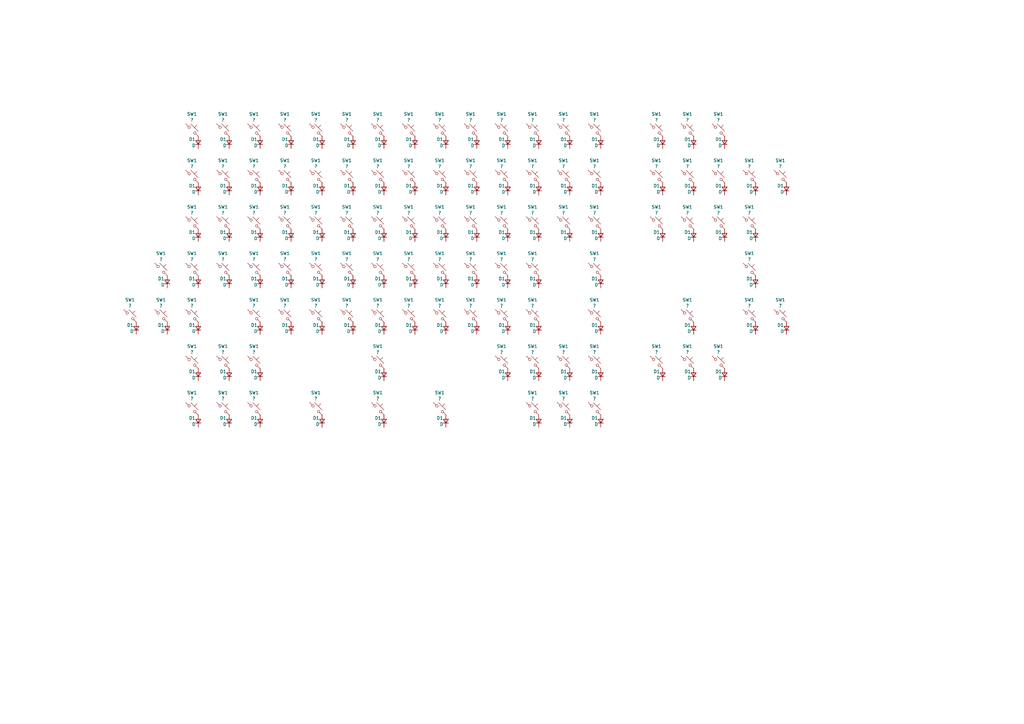
<source format=kicad_sch>
(kicad_sch (version 20230121) (generator eeschema)
  (paper "A3")
  (symbol (lib_id "PCM_marbastlib-mx:MX_SW_HS") (at 281.94 91.44 0) (unit 1)
    (property "Reference" "SW1" (at 281.94 84.8827 0))
    (property "Value" "?" (at 281.94 87.3069 0))
    (property "Footprint" "PCM_marbastlib-mx:SW_MX_HS_1u" (effects hide))
    (instances (project "aurorav2" (path "" (reference "SW1") (unit 1)) (path "" (reference "SW52") (unit 1))))
  )
  (symbol (lib_id "PCM_marbastlib-mx:MX_SW_HS") (at 281.94 53.34 0) (unit 1)
    (property "Reference" "SW1" (at 281.94 46.7827 0))
    (property "Value" "?" (at 281.94 49.2069 0))
    (property "Footprint" "PCM_marbastlib-mx:SW_MX_HS_1u" (effects hide))
    (instances (project "aurorav2" (path "" (reference "SW1") (unit 1)) (path "" (reference "SW16") (unit 1))))
  )
  (symbol (lib_id "Device:D_Small") (at 93.98 77.47 90) (unit 1)
    (property "Reference" "D1" (at 90.17 76.2 90) (effects (justify right)))
    (property "Value" "D" (at 91.44 78.74 90) (effects (justify right)))
    (property "Footprint" "Diode_SMD:D_SOD-123" (effects hide))
    (property "Sim.Device" "D" (effects hide))
    (property "Sim.Pins" "1=K 2=A" (effects hide))
    (instances (project "aurorav2" (path "" (reference "D1") (unit 1)) (path "" (reference "D19") (unit 1))))
  )
  (symbol (lib_id "PCM_marbastlib-mx:MX_SW_HS") (at 218.44 148.59 0) (unit 1)
    (property "Reference" "SW1" (at 218.44 142.0327 0))
    (property "Value" "?" (at 218.44 144.4569 0))
    (property "Footprint" "PCM_marbastlib-mx:SW_MX_HS_1u" (effects hide))
    (instances (project "aurorav2" (path "" (reference "SW1") (unit 1)) (path "" (reference "SW92") (unit 1))))
  )
  (symbol (lib_id "PCM_marbastlib-mx:MX_SW_HS") (at 307.34 72.39 0) (unit 1)
    (property "Reference" "SW1" (at 307.34 65.8327 0))
    (property "Value" "?" (at 307.34 68.2569 0))
    (property "Footprint" "PCM_marbastlib-mx:SW_MX_HS_1u" (effects hide))
    (instances (project "aurorav2" (path "" (reference "SW1") (unit 1)) (path "" (reference "SW35") (unit 1))))
  )
  (symbol (lib_id "Device:D_Small") (at 55.88 134.62 90) (unit 1)
    (property "Reference" "D1" (at 52.07 133.35 90) (effects (justify right)))
    (property "Value" "D" (at 53.34 135.89 90) (effects (justify right)))
    (property "Footprint" "Diode_SMD:D_SOD-123" (effects hide))
    (property "Sim.Device" "D" (effects hide))
    (property "Sim.Pins" "1=K 2=A" (effects hide))
    (instances (project "aurorav2" (path "" (reference "D1") (unit 1)) (path "" (reference "D70") (unit 1))))
  )
  (symbol (lib_id "PCM_marbastlib-mx:MX_SW_HS") (at 269.24 148.59 0) (unit 1)
    (property "Reference" "SW1" (at 269.24 142.0327 0))
    (property "Value" "?" (at 269.24 144.4569 0))
    (property "Footprint" "PCM_marbastlib-mx:SW_MX_HS_1u" (effects hide))
    (instances (project "aurorav2" (path "" (reference "SW1") (unit 1)) (path "" (reference "SW95") (unit 1))))
  )
  (symbol (lib_id "PCM_marbastlib-mx:MX_SW_HS") (at 129.54 110.49 0) (unit 1)
    (property "Reference" "SW1" (at 129.54 103.9327 0))
    (property "Value" "?" (at 129.54 106.3569 0))
    (property "Footprint" "PCM_marbastlib-mx:SW_MX_HS_1u" (effects hide))
    (instances (project "aurorav2" (path "" (reference "SW1") (unit 1)) (path "" (reference "SW60") (unit 1))))
  )
  (symbol (lib_id "Device:D_Small") (at 144.78 58.42 90) (unit 1)
    (property "Reference" "D1" (at 140.97 57.15 90) (effects (justify right)))
    (property "Value" "D" (at 142.24 59.69 90) (effects (justify right)))
    (property "Footprint" "Diode_SMD:D_SOD-123" (effects hide))
    (property "Sim.Device" "D" (effects hide))
    (property "Sim.Pins" "1=K 2=A" (effects hide))
    (instances (project "aurorav2" (path "" (reference "D1") (unit 1)) (path "" (reference "D6") (unit 1))))
  )
  (symbol (lib_id "PCM_marbastlib-mx:MX_SW_HS") (at 66.04 129.54 0) (unit 1)
    (property "Reference" "SW1" (at 66.04 122.9827 0))
    (property "Value" "?" (at 66.04 125.4069 0))
    (property "Footprint" "PCM_marbastlib-mx:SW_MX_HS_1u" (effects hide))
    (instances (project "aurorav2" (path "" (reference "SW1") (unit 1)) (path "" (reference "SW71") (unit 1))))
  )
  (symbol (lib_id "Device:D_Small") (at 297.18 77.47 90) (unit 1)
    (property "Reference" "D1" (at 293.37 76.2 90) (effects (justify right)))
    (property "Value" "D" (at 294.64 78.74 90) (effects (justify right)))
    (property "Footprint" "Diode_SMD:D_SOD-123" (effects hide))
    (property "Sim.Device" "D" (effects hide))
    (property "Sim.Pins" "1=K 2=A" (effects hide))
    (instances (project "aurorav2" (path "" (reference "D1") (unit 1)) (path "" (reference "D34") (unit 1))))
  )
  (symbol (lib_id "PCM_marbastlib-mx:MX_SW_HS") (at 116.84 72.39 0) (unit 1)
    (property "Reference" "SW1" (at 116.84 65.8327 0))
    (property "Value" "?" (at 116.84 68.2569 0))
    (property "Footprint" "PCM_marbastlib-mx:SW_MX_HS_1u" (effects hide))
    (instances (project "aurorav2" (path "" (reference "SW1") (unit 1)) (path "" (reference "SW21") (unit 1))))
  )
  (symbol (lib_id "Device:D_Small") (at 322.58 77.47 90) (unit 1)
    (property "Reference" "D1" (at 318.77 76.2 90) (effects (justify right)))
    (property "Value" "D" (at 320.04 78.74 90) (effects (justify right)))
    (property "Footprint" "Diode_SMD:D_SOD-123" (effects hide))
    (property "Sim.Device" "D" (effects hide))
    (property "Sim.Pins" "1=K 2=A" (effects hide))
    (instances (project "aurorav2" (path "" (reference "D1") (unit 1)) (path "" (reference "D36") (unit 1))))
  )
  (symbol (lib_id "Device:D_Small") (at 93.98 172.72 90) (unit 1)
    (property "Reference" "D1" (at 90.17 171.45 90) (effects (justify right)))
    (property "Value" "D" (at 91.44 173.99 90) (effects (justify right)))
    (property "Footprint" "Diode_SMD:D_SOD-123" (effects hide))
    (property "Sim.Device" "D" (effects hide))
    (property "Sim.Pins" "1=K 2=A" (effects hide))
    (instances (project "aurorav2" (path "" (reference "D1") (unit 1)) (path "" (reference "D99") (unit 1))))
  )
  (symbol (lib_id "PCM_marbastlib-mx:MX_SW_HS") (at 243.84 148.59 0) (unit 1)
    (property "Reference" "SW1" (at 243.84 142.0327 0))
    (property "Value" "?" (at 243.84 144.4569 0))
    (property "Footprint" "PCM_marbastlib-mx:SW_MX_HS_1u" (effects hide))
    (instances (project "aurorav2" (path "" (reference "SW1") (unit 1)) (path "" (reference "SW94") (unit 1))))
  )
  (symbol (lib_id "Device:D_Small") (at 182.88 77.47 90) (unit 1)
    (property "Reference" "D1" (at 179.07 76.2 90) (effects (justify right)))
    (property "Value" "D" (at 180.34 78.74 90) (effects (justify right)))
    (property "Footprint" "Diode_SMD:D_SOD-123" (effects hide))
    (property "Sim.Device" "D" (effects hide))
    (property "Sim.Pins" "1=K 2=A" (effects hide))
    (instances (project "aurorav2" (path "" (reference "D1") (unit 1)) (path "" (reference "D26") (unit 1))))
  )
  (symbol (lib_id "Device:D_Small") (at 284.48 58.42 90) (unit 1)
    (property "Reference" "D1" (at 280.67 57.15 90) (effects (justify right)))
    (property "Value" "D" (at 281.94 59.69 90) (effects (justify right)))
    (property "Footprint" "Diode_SMD:D_SOD-123" (effects hide))
    (property "Sim.Device" "D" (effects hide))
    (property "Sim.Pins" "1=K 2=A" (effects hide))
    (instances (project "aurorav2" (path "" (reference "D1") (unit 1)) (path "" (reference "D16") (unit 1))))
  )
  (symbol (lib_id "PCM_marbastlib-mx:MX_SW_HS") (at 78.74 129.54 0) (unit 1)
    (property "Reference" "SW1" (at 78.74 122.9827 0))
    (property "Value" "?" (at 78.74 125.4069 0))
    (property "Footprint" "PCM_marbastlib-mx:SW_MX_HS_1u" (effects hide))
    (instances (project "aurorav2" (path "" (reference "SW1") (unit 1)) (path "" (reference "SW72") (unit 1))))
  )
  (symbol (lib_id "Device:D_Small") (at 93.98 153.67 90) (unit 1)
    (property "Reference" "D1" (at 90.17 152.4 90) (effects (justify right)))
    (property "Value" "D" (at 91.44 154.94 90) (effects (justify right)))
    (property "Footprint" "Diode_SMD:D_SOD-123" (effects hide))
    (property "Sim.Device" "D" (effects hide))
    (property "Sim.Pins" "1=K 2=A" (effects hide))
    (instances (project "aurorav2" (path "" (reference "D1") (unit 1)) (path "" (reference "D88") (unit 1))))
  )
  (symbol (lib_id "PCM_marbastlib-mx:MX_SW_HS") (at 243.84 53.34 0) (unit 1)
    (property "Reference" "SW1" (at 243.84 46.7827 0))
    (property "Value" "?" (at 243.84 49.2069 0))
    (property "Footprint" "PCM_marbastlib-mx:SW_MX_HS_1u" (effects hide))
    (instances (project "aurorav2" (path "" (reference "SW1") (unit 1)) (path "" (reference "SW14") (unit 1))))
  )
  (symbol (lib_id "PCM_marbastlib-mx:MX_SW_HS") (at 91.44 53.34 0) (unit 1)
    (property "Reference" "SW1" (at 91.44 46.7827 0))
    (property "Value" "?" (at 91.44 49.2069 0))
    (property "Footprint" "PCM_marbastlib-mx:SW_MX_HS_1u" (effects hide))
    (instances (project "aurorav2" (path "" (reference "SW1") (unit 1)) (path "" (reference "SW2") (unit 1))))
  )
  (symbol (lib_id "PCM_marbastlib-mx:MX_SW_HS") (at 91.44 110.49 0) (unit 1)
    (property "Reference" "SW1" (at 91.44 103.9327 0))
    (property "Value" "?" (at 91.44 106.3569 0))
    (property "Footprint" "PCM_marbastlib-mx:SW_MX_HS_1u" (effects hide))
    (instances (project "aurorav2" (path "" (reference "SW1") (unit 1)) (path "" (reference "SW57") (unit 1))))
  )
  (symbol (lib_id "PCM_marbastlib-mx:MX_SW_HS") (at 116.84 129.54 0) (unit 1)
    (property "Reference" "SW1" (at 116.84 122.9827 0))
    (property "Value" "?" (at 116.84 125.4069 0))
    (property "Footprint" "PCM_marbastlib-mx:SW_MX_HS_1u" (effects hide))
    (instances (project "aurorav2" (path "" (reference "SW1") (unit 1)) (path "" (reference "SW74") (unit 1))))
  )
  (symbol (lib_id "Device:D_Small") (at 208.28 58.42 90) (unit 1)
    (property "Reference" "D1" (at 204.47 57.15 90) (effects (justify right)))
    (property "Value" "D" (at 205.74 59.69 90) (effects (justify right)))
    (property "Footprint" "Diode_SMD:D_SOD-123" (effects hide))
    (property "Sim.Device" "D" (effects hide))
    (property "Sim.Pins" "1=K 2=A" (effects hide))
    (instances (project "aurorav2" (path "" (reference "D1") (unit 1)) (path "" (reference "D11") (unit 1))))
  )
  (symbol (lib_id "PCM_marbastlib-mx:MX_SW_HS") (at 281.94 129.54 0) (unit 1)
    (property "Reference" "SW1" (at 281.94 122.9827 0))
    (property "Value" "?" (at 281.94 125.4069 0))
    (property "Footprint" "PCM_marbastlib-mx:SW_MX_HS_1u" (effects hide))
    (instances (project "aurorav2" (path "" (reference "SW1") (unit 1)) (path "" (reference "SW84") (unit 1))))
  )
  (symbol (lib_id "PCM_marbastlib-mx:MX_SW_HS") (at 269.24 53.34 0) (unit 1)
    (property "Reference" "SW1" (at 269.24 46.7827 0))
    (property "Value" "?" (at 269.24 49.2069 0))
    (property "Footprint" "PCM_marbastlib-mx:SW_MX_HS_1u" (effects hide))
    (instances (project "aurorav2" (path "" (reference "SW1") (unit 1)) (path "" (reference "SW15") (unit 1))))
  )
  (symbol (lib_id "PCM_marbastlib-mx:MX_SW_HS") (at 231.14 91.44 0) (unit 1)
    (property "Reference" "SW1" (at 231.14 84.8827 0))
    (property "Value" "?" (at 231.14 87.3069 0))
    (property "Footprint" "PCM_marbastlib-mx:SW_MX_HS_1u" (effects hide))
    (instances (project "aurorav2" (path "" (reference "SW1") (unit 1)) (path "" (reference "SW49") (unit 1))))
  )
  (symbol (lib_id "PCM_marbastlib-mx:MX_SW_HS") (at 104.14 148.59 0) (unit 1)
    (property "Reference" "SW1" (at 104.14 142.0327 0))
    (property "Value" "?" (at 104.14 144.4569 0))
    (property "Footprint" "PCM_marbastlib-mx:SW_MX_HS_1u" (effects hide))
    (instances (project "aurorav2" (path "" (reference "SW1") (unit 1)) (path "" (reference "SW89") (unit 1))))
  )
  (symbol (lib_id "PCM_marbastlib-mx:MX_SW_HS") (at 104.14 72.39 0) (unit 1)
    (property "Reference" "SW1" (at 104.14 65.8327 0))
    (property "Value" "?" (at 104.14 68.2569 0))
    (property "Footprint" "PCM_marbastlib-mx:SW_MX_HS_1u" (effects hide))
    (instances (project "aurorav2" (path "" (reference "SW1") (unit 1)) (path "" (reference "SW20") (unit 1))))
  )
  (symbol (lib_id "PCM_marbastlib-mx:MX_SW_HS") (at 193.04 53.34 0) (unit 1)
    (property "Reference" "SW1" (at 193.04 46.7827 0))
    (property "Value" "?" (at 193.04 49.2069 0))
    (property "Footprint" "PCM_marbastlib-mx:SW_MX_HS_1u" (effects hide))
    (instances (project "aurorav2" (path "" (reference "SW1") (unit 1)) (path "" (reference "SW10") (unit 1))))
  )
  (symbol (lib_id "PCM_marbastlib-mx:MX_SW_HS") (at 193.04 72.39 0) (unit 1)
    (property "Reference" "SW1" (at 193.04 65.8327 0))
    (property "Value" "?" (at 193.04 68.2569 0))
    (property "Footprint" "PCM_marbastlib-mx:SW_MX_HS_1u" (effects hide))
    (instances (project "aurorav2" (path "" (reference "SW1") (unit 1)) (path "" (reference "SW27") (unit 1))))
  )
  (symbol (lib_id "Device:D_Small") (at 81.28 96.52 90) (unit 1)
    (property "Reference" "D1" (at 77.47 95.25 90) (effects (justify right)))
    (property "Value" "D" (at 78.74 97.79 90) (effects (justify right)))
    (property "Footprint" "Diode_SMD:D_SOD-123" (effects hide))
    (property "Sim.Device" "D" (effects hide))
    (property "Sim.Pins" "1=K 2=A" (effects hide))
    (instances (project "aurorav2" (path "" (reference "D1") (unit 1)) (path "" (reference "D37") (unit 1))))
  )
  (symbol (lib_id "Device:D_Small") (at 157.48 172.72 90) (unit 1)
    (property "Reference" "D1" (at 153.67 171.45 90) (effects (justify right)))
    (property "Value" "D" (at 154.94 173.99 90) (effects (justify right)))
    (property "Footprint" "Diode_SMD:D_SOD-123" (effects hide))
    (property "Sim.Device" "D" (effects hide))
    (property "Sim.Pins" "1=K 2=A" (effects hide))
    (instances (project "aurorav2" (path "" (reference "D1") (unit 1)) (path "" (reference "D102") (unit 1))))
  )
  (symbol (lib_id "PCM_marbastlib-mx:MX_SW_HS") (at 243.84 167.64 0) (unit 1)
    (property "Reference" "SW1" (at 243.84 161.0827 0))
    (property "Value" "?" (at 243.84 163.5069 0))
    (property "Footprint" "PCM_marbastlib-mx:SW_MX_HS_1u" (effects hide))
    (instances (project "aurorav2" (path "" (reference "SW1") (unit 1)) (path "" (reference "SW106") (unit 1))))
  )
  (symbol (lib_id "Device:D_Small") (at 220.98 172.72 90) (unit 1)
    (property "Reference" "D1" (at 217.17 171.45 90) (effects (justify right)))
    (property "Value" "D" (at 218.44 173.99 90) (effects (justify right)))
    (property "Footprint" "Diode_SMD:D_SOD-123" (effects hide))
    (property "Sim.Device" "D" (effects hide))
    (property "Sim.Pins" "1=K 2=A" (effects hide))
    (instances (project "aurorav2" (path "" (reference "D1") (unit 1)) (path "" (reference "D104") (unit 1))))
  )
  (symbol (lib_id "Device:D_Small") (at 144.78 134.62 90) (unit 1)
    (property "Reference" "D1" (at 140.97 133.35 90) (effects (justify right)))
    (property "Value" "D" (at 142.24 135.89 90) (effects (justify right)))
    (property "Footprint" "Diode_SMD:D_SOD-123" (effects hide))
    (property "Sim.Device" "D" (effects hide))
    (property "Sim.Pins" "1=K 2=A" (effects hide))
    (instances (project "aurorav2" (path "" (reference "D1") (unit 1)) (path "" (reference "D76") (unit 1))))
  )
  (symbol (lib_id "PCM_marbastlib-mx:MX_SW_HS") (at 180.34 167.64 0) (unit 1)
    (property "Reference" "SW1" (at 180.34 161.0827 0))
    (property "Value" "?" (at 180.34 163.5069 0))
    (property "Footprint" "PCM_marbastlib-mx:SW_MX_HS_1u" (effects hide))
    (instances (project "aurorav2" (path "" (reference "SW1") (unit 1)) (path "" (reference "SW103") (unit 1))))
  )
  (symbol (lib_id "Device:D_Small") (at 132.08 96.52 90) (unit 1)
    (property "Reference" "D1" (at 128.27 95.25 90) (effects (justify right)))
    (property "Value" "D" (at 129.54 97.79 90) (effects (justify right)))
    (property "Footprint" "Diode_SMD:D_SOD-123" (effects hide))
    (property "Sim.Device" "D" (effects hide))
    (property "Sim.Pins" "1=K 2=A" (effects hide))
    (instances (project "aurorav2" (path "" (reference "D1") (unit 1)) (path "" (reference "D41") (unit 1))))
  )
  (symbol (lib_id "PCM_marbastlib-mx:MX_SW_HS") (at 281.94 72.39 0) (unit 1)
    (property "Reference" "SW1" (at 281.94 65.8327 0))
    (property "Value" "?" (at 281.94 68.2569 0))
    (property "Footprint" "PCM_marbastlib-mx:SW_MX_HS_1u" (effects hide))
    (instances (project "aurorav2" (path "" (reference "SW1") (unit 1)) (path "" (reference "SW33") (unit 1))))
  )
  (symbol (lib_id "Device:D_Small") (at 119.38 115.57 90) (unit 1)
    (property "Reference" "D1" (at 115.57 114.3 90) (effects (justify right)))
    (property "Value" "D" (at 116.84 116.84 90) (effects (justify right)))
    (property "Footprint" "Diode_SMD:D_SOD-123" (effects hide))
    (property "Sim.Device" "D" (effects hide))
    (property "Sim.Pins" "1=K 2=A" (effects hide))
    (instances (project "aurorav2" (path "" (reference "D1") (unit 1)) (path "" (reference "D59") (unit 1))))
  )
  (symbol (lib_id "PCM_marbastlib-mx:MX_SW_HS") (at 66.04 110.49 0) (unit 1)
    (property "Reference" "SW1" (at 66.04 103.9327 0))
    (property "Value" "?" (at 66.04 106.3569 0))
    (property "Footprint" "PCM_marbastlib-mx:SW_MX_HS_1u" (effects hide))
    (instances (project "aurorav2" (path "" (reference "SW1") (unit 1)) (path "" (reference "SW55") (unit 1))))
  )
  (symbol (lib_id "PCM_marbastlib-mx:MX_SW_HS") (at 116.84 53.34 0) (unit 1)
    (property "Reference" "SW1" (at 116.84 46.7827 0))
    (property "Value" "?" (at 116.84 49.2069 0))
    (property "Footprint" "PCM_marbastlib-mx:SW_MX_HS_1u" (effects hide))
    (instances (project "aurorav2" (path "" (reference "SW1") (unit 1)) (path "" (reference "SW4") (unit 1))))
  )
  (symbol (lib_id "Device:D_Small") (at 309.88 77.47 90) (unit 1)
    (property "Reference" "D1" (at 306.07 76.2 90) (effects (justify right)))
    (property "Value" "D" (at 307.34 78.74 90) (effects (justify right)))
    (property "Footprint" "Diode_SMD:D_SOD-123" (effects hide))
    (property "Sim.Device" "D" (effects hide))
    (property "Sim.Pins" "1=K 2=A" (effects hide))
    (instances (project "aurorav2" (path "" (reference "D1") (unit 1)) (path "" (reference "D35") (unit 1))))
  )
  (symbol (lib_id "PCM_marbastlib-mx:MX_SW_HS") (at 154.94 148.59 0) (unit 1)
    (property "Reference" "SW1" (at 154.94 142.0327 0))
    (property "Value" "?" (at 154.94 144.4569 0))
    (property "Footprint" "PCM_marbastlib-mx:SW_MX_HS_1u" (effects hide))
    (instances (project "aurorav2" (path "" (reference "SW1") (unit 1)) (path "" (reference "SW90") (unit 1))))
  )
  (symbol (lib_id "Device:D_Small") (at 157.48 58.42 90) (unit 1)
    (property "Reference" "D1" (at 153.67 57.15 90) (effects (justify right)))
    (property "Value" "D" (at 154.94 59.69 90) (effects (justify right)))
    (property "Footprint" "Diode_SMD:D_SOD-123" (effects hide))
    (property "Sim.Device" "D" (effects hide))
    (property "Sim.Pins" "1=K 2=A" (effects hide))
    (instances (project "aurorav2" (path "" (reference "D1") (unit 1)) (path "" (reference "D7") (unit 1))))
  )
  (symbol (lib_id "PCM_marbastlib-mx:MX_SW_HS") (at 269.24 72.39 0) (unit 1)
    (property "Reference" "SW1" (at 269.24 65.8327 0))
    (property "Value" "?" (at 269.24 68.2569 0))
    (property "Footprint" "PCM_marbastlib-mx:SW_MX_HS_1u" (effects hide))
    (instances (project "aurorav2" (path "" (reference "SW1") (unit 1)) (path "" (reference "SW32") (unit 1))))
  )
  (symbol (lib_id "PCM_marbastlib-mx:MX_SW_HS") (at 154.94 129.54 0) (unit 1)
    (property "Reference" "SW1" (at 154.94 122.9827 0))
    (property "Value" "?" (at 154.94 125.4069 0))
    (property "Footprint" "PCM_marbastlib-mx:SW_MX_HS_1u" (effects hide))
    (instances (project "aurorav2" (path "" (reference "SW1") (unit 1)) (path "" (reference "SW77") (unit 1))))
  )
  (symbol (lib_id "Device:D_Small") (at 195.58 77.47 90) (unit 1)
    (property "Reference" "D1" (at 191.77 76.2 90) (effects (justify right)))
    (property "Value" "D" (at 193.04 78.74 90) (effects (justify right)))
    (property "Footprint" "Diode_SMD:D_SOD-123" (effects hide))
    (property "Sim.Device" "D" (effects hide))
    (property "Sim.Pins" "1=K 2=A" (effects hide))
    (instances (project "aurorav2" (path "" (reference "D1") (unit 1)) (path "" (reference "D27") (unit 1))))
  )
  (symbol (lib_id "Device:D_Small") (at 182.88 96.52 90) (unit 1)
    (property "Reference" "D1" (at 179.07 95.25 90) (effects (justify right)))
    (property "Value" "D" (at 180.34 97.79 90) (effects (justify right)))
    (property "Footprint" "Diode_SMD:D_SOD-123" (effects hide))
    (property "Sim.Device" "D" (effects hide))
    (property "Sim.Pins" "1=K 2=A" (effects hide))
    (instances (project "aurorav2" (path "" (reference "D1") (unit 1)) (path "" (reference "D45") (unit 1))))
  )
  (symbol (lib_id "Device:D_Small") (at 81.28 134.62 90) (unit 1)
    (property "Reference" "D1" (at 77.47 133.35 90) (effects (justify right)))
    (property "Value" "D" (at 78.74 135.89 90) (effects (justify right)))
    (property "Footprint" "Diode_SMD:D_SOD-123" (effects hide))
    (property "Sim.Device" "D" (effects hide))
    (property "Sim.Pins" "1=K 2=A" (effects hide))
    (instances (project "aurorav2" (path "" (reference "D1") (unit 1)) (path "" (reference "D72") (unit 1))))
  )
  (symbol (lib_id "PCM_marbastlib-mx:MX_SW_HS") (at 205.74 110.49 0) (unit 1)
    (property "Reference" "SW1" (at 205.74 103.9327 0))
    (property "Value" "?" (at 205.74 106.3569 0))
    (property "Footprint" "PCM_marbastlib-mx:SW_MX_HS_1u" (effects hide))
    (instances (project "aurorav2" (path "" (reference "SW1") (unit 1)) (path "" (reference "SW66") (unit 1))))
  )
  (symbol (lib_id "Device:D_Small") (at 106.68 77.47 90) (unit 1)
    (property "Reference" "D1" (at 102.87 76.2 90) (effects (justify right)))
    (property "Value" "D" (at 104.14 78.74 90) (effects (justify right)))
    (property "Footprint" "Diode_SMD:D_SOD-123" (effects hide))
    (property "Sim.Device" "D" (effects hide))
    (property "Sim.Pins" "1=K 2=A" (effects hide))
    (instances (project "aurorav2" (path "" (reference "D1") (unit 1)) (path "" (reference "D20") (unit 1))))
  )
  (symbol (lib_id "Device:D_Small") (at 132.08 134.62 90) (unit 1)
    (property "Reference" "D1" (at 128.27 133.35 90) (effects (justify right)))
    (property "Value" "D" (at 129.54 135.89 90) (effects (justify right)))
    (property "Footprint" "Diode_SMD:D_SOD-123" (effects hide))
    (property "Sim.Device" "D" (effects hide))
    (property "Sim.Pins" "1=K 2=A" (effects hide))
    (instances (project "aurorav2" (path "" (reference "D1") (unit 1)) (path "" (reference "D75") (unit 1))))
  )
  (symbol (lib_id "PCM_marbastlib-mx:MX_SW_HS") (at 142.24 129.54 0) (unit 1)
    (property "Reference" "SW1" (at 142.24 122.9827 0))
    (property "Value" "?" (at 142.24 125.4069 0))
    (property "Footprint" "PCM_marbastlib-mx:SW_MX_HS_1u" (effects hide))
    (instances (project "aurorav2" (path "" (reference "SW1") (unit 1)) (path "" (reference "SW76") (unit 1))))
  )
  (symbol (lib_id "Device:D_Small") (at 246.38 134.62 90) (unit 1)
    (property "Reference" "D1" (at 242.57 133.35 90) (effects (justify right)))
    (property "Value" "D" (at 243.84 135.89 90) (effects (justify right)))
    (property "Footprint" "Diode_SMD:D_SOD-123" (effects hide))
    (property "Sim.Device" "D" (effects hide))
    (property "Sim.Pins" "1=K 2=A" (effects hide))
    (instances (project "aurorav2" (path "" (reference "D1") (unit 1)) (path "" (reference "D83") (unit 1))))
  )
  (symbol (lib_id "Device:D_Small") (at 132.08 172.72 90) (unit 1)
    (property "Reference" "D1" (at 128.27 171.45 90) (effects (justify right)))
    (property "Value" "D" (at 129.54 173.99 90) (effects (justify right)))
    (property "Footprint" "Diode_SMD:D_SOD-123" (effects hide))
    (property "Sim.Device" "D" (effects hide))
    (property "Sim.Pins" "1=K 2=A" (effects hide))
    (instances (project "aurorav2" (path "" (reference "D1") (unit 1)) (path "" (reference "D101") (unit 1))))
  )
  (symbol (lib_id "PCM_marbastlib-mx:MX_SW_HS") (at 116.84 110.49 0) (unit 1)
    (property "Reference" "SW1" (at 116.84 103.9327 0))
    (property "Value" "?" (at 116.84 106.3569 0))
    (property "Footprint" "PCM_marbastlib-mx:SW_MX_HS_1u" (effects hide))
    (instances (project "aurorav2" (path "" (reference "SW1") (unit 1)) (path "" (reference "SW59") (unit 1))))
  )
  (symbol (lib_id "Device:D_Small") (at 233.68 77.47 90) (unit 1)
    (property "Reference" "D1" (at 229.87 76.2 90) (effects (justify right)))
    (property "Value" "D" (at 231.14 78.74 90) (effects (justify right)))
    (property "Footprint" "Diode_SMD:D_SOD-123" (effects hide))
    (property "Sim.Device" "D" (effects hide))
    (property "Sim.Pins" "1=K 2=A" (effects hide))
    (instances (project "aurorav2" (path "" (reference "D1") (unit 1)) (path "" (reference "D30") (unit 1))))
  )
  (symbol (lib_id "PCM_marbastlib-mx:MX_SW_HS") (at 243.84 72.39 0) (unit 1)
    (property "Reference" "SW1" (at 243.84 65.8327 0))
    (property "Value" "?" (at 243.84 68.2569 0))
    (property "Footprint" "PCM_marbastlib-mx:SW_MX_HS_1u" (effects hide))
    (instances (project "aurorav2" (path "" (reference "SW1") (unit 1)) (path "" (reference "SW31") (unit 1))))
  )
  (symbol (lib_id "Device:D_Small") (at 170.18 77.47 90) (unit 1)
    (property "Reference" "D1" (at 166.37 76.2 90) (effects (justify right)))
    (property "Value" "D" (at 167.64 78.74 90) (effects (justify right)))
    (property "Footprint" "Diode_SMD:D_SOD-123" (effects hide))
    (property "Sim.Device" "D" (effects hide))
    (property "Sim.Pins" "1=K 2=A" (effects hide))
    (instances (project "aurorav2" (path "" (reference "D1") (unit 1)) (path "" (reference "D25") (unit 1))))
  )
  (symbol (lib_id "PCM_marbastlib-mx:MX_SW_HS") (at 294.64 53.34 0) (unit 1)
    (property "Reference" "SW1" (at 294.64 46.7827 0))
    (property "Value" "?" (at 294.64 49.2069 0))
    (property "Footprint" "PCM_marbastlib-mx:SW_MX_HS_1u" (effects hide))
    (instances (project "aurorav2" (path "" (reference "SW1") (unit 1)) (path "" (reference "SW17") (unit 1))))
  )
  (symbol (lib_id "PCM_marbastlib-mx:MX_SW_HS") (at 142.24 53.34 0) (unit 1)
    (property "Reference" "SW1" (at 142.24 46.7827 0))
    (property "Value" "?" (at 142.24 49.2069 0))
    (property "Footprint" "PCM_marbastlib-mx:SW_MX_HS_1u" (effects hide))
    (instances (project "aurorav2" (path "" (reference "SW1") (unit 1)) (path "" (reference "SW6") (unit 1))))
  )
  (symbol (lib_id "PCM_marbastlib-mx:MX_SW_HS") (at 142.24 110.49 0) (unit 1)
    (property "Reference" "SW1" (at 142.24 103.9327 0))
    (property "Value" "?" (at 142.24 106.3569 0))
    (property "Footprint" "PCM_marbastlib-mx:SW_MX_HS_1u" (effects hide))
    (instances (project "aurorav2" (path "" (reference "SW1") (unit 1)) (path "" (reference "SW61") (unit 1))))
  )
  (symbol (lib_id "PCM_marbastlib-mx:MX_SW_HS") (at 180.34 110.49 0) (unit 1)
    (property "Reference" "SW1" (at 180.34 103.9327 0))
    (property "Value" "?" (at 180.34 106.3569 0))
    (property "Footprint" "PCM_marbastlib-mx:SW_MX_HS_1u" (effects hide))
    (instances (project "aurorav2" (path "" (reference "SW1") (unit 1)) (path "" (reference "SW64") (unit 1))))
  )
  (symbol (lib_id "Device:D_Small") (at 182.88 58.42 90) (unit 1)
    (property "Reference" "D1" (at 179.07 57.15 90) (effects (justify right)))
    (property "Value" "D" (at 180.34 59.69 90) (effects (justify right)))
    (property "Footprint" "Diode_SMD:D_SOD-123" (effects hide))
    (property "Sim.Device" "D" (effects hide))
    (property "Sim.Pins" "1=K 2=A" (effects hide))
    (instances (project "aurorav2" (path "" (reference "D1") (unit 1)) (path "" (reference "D9") (unit 1))))
  )
  (symbol (lib_id "PCM_marbastlib-mx:MX_SW_HS") (at 78.74 91.44 0) (unit 1)
    (property "Reference" "SW1" (at 78.74 84.8827 0))
    (property "Value" "?" (at 78.74 87.3069 0))
    (property "Footprint" "PCM_marbastlib-mx:SW_MX_HS_1u" (effects hide))
    (instances (project "aurorav2" (path "" (reference "SW1") (unit 1)) (path "" (reference "SW37") (unit 1))))
  )
  (symbol (lib_id "PCM_marbastlib-mx:MX_SW_HS") (at 218.44 53.34 0) (unit 1)
    (property "Reference" "SW1" (at 218.44 46.7827 0))
    (property "Value" "?" (at 218.44 49.2069 0))
    (property "Footprint" "PCM_marbastlib-mx:SW_MX_HS_1u" (effects hide))
    (instances (project "aurorav2" (path "" (reference "SW1") (unit 1)) (path "" (reference "SW12") (unit 1))))
  )
  (symbol (lib_id "Device:D_Small") (at 170.18 96.52 90) (unit 1)
    (property "Reference" "D1" (at 166.37 95.25 90) (effects (justify right)))
    (property "Value" "D" (at 167.64 97.79 90) (effects (justify right)))
    (property "Footprint" "Diode_SMD:D_SOD-123" (effects hide))
    (property "Sim.Device" "D" (effects hide))
    (property "Sim.Pins" "1=K 2=A" (effects hide))
    (instances (project "aurorav2" (path "" (reference "D1") (unit 1)) (path "" (reference "D44") (unit 1))))
  )
  (symbol (lib_id "PCM_marbastlib-mx:MX_SW_HS") (at 78.74 53.34 0) (unit 1)
    (property "Reference" "SW1" (at 78.74 46.7827 0))
    (property "Value" "?" (at 78.74 49.2069 0))
    (property "Footprint" "PCM_marbastlib-mx:SW_MX_HS_1u" (effects hide))
  )
  (symbol (lib_id "Device:D_Small") (at 220.98 115.57 90) (unit 1)
    (property "Reference" "D1" (at 217.17 114.3 90) (effects (justify right)))
    (property "Value" "D" (at 218.44 116.84 90) (effects (justify right)))
    (property "Footprint" "Diode_SMD:D_SOD-123" (effects hide))
    (property "Sim.Device" "D" (effects hide))
    (property "Sim.Pins" "1=K 2=A" (effects hide))
    (instances (project "aurorav2" (path "" (reference "D1") (unit 1)) (path "" (reference "D67") (unit 1))))
  )
  (symbol (lib_id "PCM_marbastlib-mx:MX_SW_HS") (at 167.64 72.39 0) (unit 1)
    (property "Reference" "SW1" (at 167.64 65.8327 0))
    (property "Value" "?" (at 167.64 68.2569 0))
    (property "Footprint" "PCM_marbastlib-mx:SW_MX_HS_1u" (effects hide))
    (instances (project "aurorav2" (path "" (reference "SW1") (unit 1)) (path "" (reference "SW25") (unit 1))))
  )
  (symbol (lib_id "Device:D_Small") (at 81.28 153.67 90) (unit 1)
    (property "Reference" "D1" (at 77.47 152.4 90) (effects (justify right)))
    (property "Value" "D" (at 78.74 154.94 90) (effects (justify right)))
    (property "Footprint" "Diode_SMD:D_SOD-123" (effects hide))
    (property "Sim.Device" "D" (effects hide))
    (property "Sim.Pins" "1=K 2=A" (effects hide))
    (instances (project "aurorav2" (path "" (reference "D1") (unit 1)) (path "" (reference "D87") (unit 1))))
  )
  (symbol (lib_id "PCM_marbastlib-mx:MX_SW_HS") (at 231.14 72.39 0) (unit 1)
    (property "Reference" "SW1" (at 231.14 65.8327 0))
    (property "Value" "?" (at 231.14 68.2569 0))
    (property "Footprint" "PCM_marbastlib-mx:SW_MX_HS_1u" (effects hide))
    (instances (project "aurorav2" (path "" (reference "SW1") (unit 1)) (path "" (reference "SW30") (unit 1))))
  )
  (symbol (lib_id "PCM_marbastlib-mx:MX_SW_HS") (at 154.94 167.64 0) (unit 1)
    (property "Reference" "SW1" (at 154.94 161.0827 0))
    (property "Value" "?" (at 154.94 163.5069 0))
    (property "Footprint" "PCM_marbastlib-mx:SW_MX_HS_1u" (effects hide))
    (instances (project "aurorav2" (path "" (reference "SW1") (unit 1)) (path "" (reference "SW102") (unit 1))))
  )
  (symbol (lib_id "Device:D_Small") (at 119.38 96.52 90) (unit 1)
    (property "Reference" "D1" (at 115.57 95.25 90) (effects (justify right)))
    (property "Value" "D" (at 116.84 97.79 90) (effects (justify right)))
    (property "Footprint" "Diode_SMD:D_SOD-123" (effects hide))
    (property "Sim.Device" "D" (effects hide))
    (property "Sim.Pins" "1=K 2=A" (effects hide))
    (instances (project "aurorav2" (path "" (reference "D1") (unit 1)) (path "" (reference "D40") (unit 1))))
  )
  (symbol (lib_id "PCM_marbastlib-mx:MX_SW_HS") (at 231.14 167.64 0) (unit 1)
    (property "Reference" "SW1" (at 231.14 161.0827 0))
    (property "Value" "?" (at 231.14 163.5069 0))
    (property "Footprint" "PCM_marbastlib-mx:SW_MX_HS_1u" (effects hide))
    (instances (project "aurorav2" (path "" (reference "SW1") (unit 1)) (path "" (reference "SW105") (unit 1))))
  )
  (symbol (lib_id "Device:D_Small") (at 208.28 134.62 90) (unit 1)
    (property "Reference" "D1" (at 204.47 133.35 90) (effects (justify right)))
    (property "Value" "D" (at 205.74 135.89 90) (effects (justify right)))
    (property "Footprint" "Diode_SMD:D_SOD-123" (effects hide))
    (property "Sim.Device" "D" (effects hide))
    (property "Sim.Pins" "1=K 2=A" (effects hide))
    (instances (project "aurorav2" (path "" (reference "D1") (unit 1)) (path "" (reference "D81") (unit 1))))
  )
  (symbol (lib_id "Device:D_Small") (at 284.48 96.52 90) (unit 1)
    (property "Reference" "D1" (at 280.67 95.25 90) (effects (justify right)))
    (property "Value" "D" (at 281.94 97.79 90) (effects (justify right)))
    (property "Footprint" "Diode_SMD:D_SOD-123" (effects hide))
    (property "Sim.Device" "D" (effects hide))
    (property "Sim.Pins" "1=K 2=A" (effects hide))
    (instances (project "aurorav2" (path "" (reference "D1") (unit 1)) (path "" (reference "D52") (unit 1))))
  )
  (symbol (lib_id "PCM_marbastlib-mx:MX_SW_HS") (at 320.04 72.39 0) (unit 1)
    (property "Reference" "SW1" (at 320.04 65.8327 0))
    (property "Value" "?" (at 320.04 68.2569 0))
    (property "Footprint" "PCM_marbastlib-mx:SW_MX_HS_1u" (effects hide))
    (instances (project "aurorav2" (path "" (reference "SW1") (unit 1)) (path "" (reference "SW36") (unit 1))))
  )
  (symbol (lib_id "PCM_marbastlib-mx:MX_SW_HS") (at 104.14 110.49 0) (unit 1)
    (property "Reference" "SW1" (at 104.14 103.9327 0))
    (property "Value" "?" (at 104.14 106.3569 0))
    (property "Footprint" "PCM_marbastlib-mx:SW_MX_HS_1u" (effects hide))
    (instances (project "aurorav2" (path "" (reference "SW1") (unit 1)) (path "" (reference "SW58") (unit 1))))
  )
  (symbol (lib_id "PCM_marbastlib-mx:MX_SW_HS") (at 205.74 91.44 0) (unit 1)
    (property "Reference" "SW1" (at 205.74 84.8827 0))
    (property "Value" "?" (at 205.74 87.3069 0))
    (property "Footprint" "PCM_marbastlib-mx:SW_MX_HS_1u" (effects hide))
    (instances (project "aurorav2" (path "" (reference "SW1") (unit 1)) (path "" (reference "SW47") (unit 1))))
  )
  (symbol (lib_id "PCM_marbastlib-mx:MX_SW_HS") (at 104.14 129.54 0) (unit 1)
    (property "Reference" "SW1" (at 104.14 122.9827 0))
    (property "Value" "?" (at 104.14 125.4069 0))
    (property "Footprint" "PCM_marbastlib-mx:SW_MX_HS_1u" (effects hide))
    (instances (project "aurorav2" (path "" (reference "SW1") (unit 1)) (path "" (reference "SW73") (unit 1))))
  )
  (symbol (lib_id "Device:D_Small") (at 68.58 134.62 90) (unit 1)
    (property "Reference" "D1" (at 64.77 133.35 90) (effects (justify right)))
    (property "Value" "D" (at 66.04 135.89 90) (effects (justify right)))
    (property "Footprint" "Diode_SMD:D_SOD-123" (effects hide))
    (property "Sim.Device" "D" (effects hide))
    (property "Sim.Pins" "1=K 2=A" (effects hide))
    (instances (project "aurorav2" (path "" (reference "D1") (unit 1)) (path "" (reference "D71") (unit 1))))
  )
  (symbol (lib_id "Device:D_Small") (at 157.48 153.67 90) (unit 1)
    (property "Reference" "D1" (at 153.67 152.4 90) (effects (justify right)))
    (property "Value" "D" (at 154.94 154.94 90) (effects (justify right)))
    (property "Footprint" "Diode_SMD:D_SOD-123" (effects hide))
    (property "Sim.Device" "D" (effects hide))
    (property "Sim.Pins" "1=K 2=A" (effects hide))
    (instances (project "aurorav2" (path "" (reference "D1") (unit 1)) (path "" (reference "D90") (unit 1))))
  )
  (symbol (lib_id "Device:D_Small") (at 233.68 172.72 90) (unit 1)
    (property "Reference" "D1" (at 229.87 171.45 90) (effects (justify right)))
    (property "Value" "D" (at 231.14 173.99 90) (effects (justify right)))
    (property "Footprint" "Diode_SMD:D_SOD-123" (effects hide))
    (property "Sim.Device" "D" (effects hide))
    (property "Sim.Pins" "1=K 2=A" (effects hide))
    (instances (project "aurorav2" (path "" (reference "D1") (unit 1)) (path "" (reference "D105") (unit 1))))
  )
  (symbol (lib_id "Device:D_Small") (at 246.38 172.72 90) (unit 1)
    (property "Reference" "D1" (at 242.57 171.45 90) (effects (justify right)))
    (property "Value" "D" (at 243.84 173.99 90) (effects (justify right)))
    (property "Footprint" "Diode_SMD:D_SOD-123" (effects hide))
    (property "Sim.Device" "D" (effects hide))
    (property "Sim.Pins" "1=K 2=A" (effects hide))
    (instances (project "aurorav2" (path "" (reference "D1") (unit 1)) (path "" (reference "D106") (unit 1))))
  )
  (symbol (lib_id "PCM_marbastlib-mx:MX_SW_HS") (at 129.54 72.39 0) (unit 1)
    (property "Reference" "SW1" (at 129.54 65.8327 0))
    (property "Value" "?" (at 129.54 68.2569 0))
    (property "Footprint" "PCM_marbastlib-mx:SW_MX_HS_1u" (effects hide))
    (instances (project "aurorav2" (path "" (reference "SW1") (unit 1)) (path "" (reference "SW22") (unit 1))))
  )
  (symbol (lib_id "PCM_marbastlib-mx:MX_SW_HS") (at 154.94 53.34 0) (unit 1)
    (property "Reference" "SW1" (at 154.94 46.7827 0))
    (property "Value" "?" (at 154.94 49.2069 0))
    (property "Footprint" "PCM_marbastlib-mx:SW_MX_HS_1u" (effects hide))
    (instances (project "aurorav2" (path "" (reference "SW1") (unit 1)) (path "" (reference "SW7") (unit 1))))
  )
  (symbol (lib_id "Device:D_Small") (at 182.88 172.72 90) (unit 1)
    (property "Reference" "D1" (at 179.07 171.45 90) (effects (justify right)))
    (property "Value" "D" (at 180.34 173.99 90) (effects (justify right)))
    (property "Footprint" "Diode_SMD:D_SOD-123" (effects hide))
    (property "Sim.Device" "D" (effects hide))
    (property "Sim.Pins" "1=K 2=A" (effects hide))
    (instances (project "aurorav2" (path "" (reference "D1") (unit 1)) (path "" (reference "D103") (unit 1))))
  )
  (symbol (lib_id "PCM_marbastlib-mx:MX_SW_HS") (at 129.54 129.54 0) (unit 1)
    (property "Reference" "SW1" (at 129.54 122.9827 0))
    (property "Value" "?" (at 129.54 125.4069 0))
    (property "Footprint" "PCM_marbastlib-mx:SW_MX_HS_1u" (effects hide))
    (instances (project "aurorav2" (path "" (reference "SW1") (unit 1)) (path "" (reference "SW75") (unit 1))))
  )
  (symbol (lib_id "PCM_marbastlib-mx:MX_SW_HS") (at 205.74 148.59 0) (unit 1)
    (property "Reference" "SW1" (at 205.74 142.0327 0))
    (property "Value" "?" (at 205.74 144.4569 0))
    (property "Footprint" "PCM_marbastlib-mx:SW_MX_HS_1u" (effects hide))
    (instances (project "aurorav2" (path "" (reference "SW1") (unit 1)) (path "" (reference "SW91") (unit 1))))
  )
  (symbol (lib_id "Device:D_Small") (at 157.48 96.52 90) (unit 1)
    (property "Reference" "D1" (at 153.67 95.25 90) (effects (justify right)))
    (property "Value" "D" (at 154.94 97.79 90) (effects (justify right)))
    (property "Footprint" "Diode_SMD:D_SOD-123" (effects hide))
    (property "Sim.Device" "D" (effects hide))
    (property "Sim.Pins" "1=K 2=A" (effects hide))
    (instances (project "aurorav2" (path "" (reference "D1") (unit 1)) (path "" (reference "D43") (unit 1))))
  )
  (symbol (lib_id "Device:D_Small") (at 170.18 134.62 90) (unit 1)
    (property "Reference" "D1" (at 166.37 133.35 90) (effects (justify right)))
    (property "Value" "D" (at 167.64 135.89 90) (effects (justify right)))
    (property "Footprint" "Diode_SMD:D_SOD-123" (effects hide))
    (property "Sim.Device" "D" (effects hide))
    (property "Sim.Pins" "1=K 2=A" (effects hide))
    (instances (project "aurorav2" (path "" (reference "D1") (unit 1)) (path "" (reference "D78") (unit 1))))
  )
  (symbol (lib_id "PCM_marbastlib-mx:MX_SW_HS") (at 218.44 167.64 0) (unit 1)
    (property "Reference" "SW1" (at 218.44 161.0827 0))
    (property "Value" "?" (at 218.44 163.5069 0))
    (property "Footprint" "PCM_marbastlib-mx:SW_MX_HS_1u" (effects hide))
    (instances (project "aurorav2" (path "" (reference "SW1") (unit 1)) (path "" (reference "SW104") (unit 1))))
  )
  (symbol (lib_id "PCM_marbastlib-mx:MX_SW_HS") (at 243.84 91.44 0) (unit 1)
    (property "Reference" "SW1" (at 243.84 84.8827 0))
    (property "Value" "?" (at 243.84 87.3069 0))
    (property "Footprint" "PCM_marbastlib-mx:SW_MX_HS_1u" (effects hide))
    (instances (project "aurorav2" (path "" (reference "SW1") (unit 1)) (path "" (reference "SW50") (unit 1))))
  )
  (symbol (lib_id "PCM_marbastlib-mx:MX_SW_HS") (at 78.74 148.59 0) (unit 1)
    (property "Reference" "SW1" (at 78.74 142.0327 0))
    (property "Value" "?" (at 78.74 144.4569 0))
    (property "Footprint" "PCM_marbastlib-mx:SW_MX_HS_1u" (effects hide))
    (instances (project "aurorav2" (path "" (reference "SW1") (unit 1)) (path "" (reference "SW87") (unit 1))))
  )
  (symbol (lib_id "PCM_marbastlib-mx:MX_SW_HS") (at 142.24 72.39 0) (unit 1)
    (property "Reference" "SW1" (at 142.24 65.8327 0))
    (property "Value" "?" (at 142.24 68.2569 0))
    (property "Footprint" "PCM_marbastlib-mx:SW_MX_HS_1u" (effects hide))
    (instances (project "aurorav2" (path "" (reference "SW1") (unit 1)) (path "" (reference "SW23") (unit 1))))
  )
  (symbol (lib_id "PCM_marbastlib-mx:MX_SW_HS") (at 154.94 110.49 0) (unit 1)
    (property "Reference" "SW1" (at 154.94 103.9327 0))
    (property "Value" "?" (at 154.94 106.3569 0))
    (property "Footprint" "PCM_marbastlib-mx:SW_MX_HS_1u" (effects hide))
    (instances (project "aurorav2" (path "" (reference "SW1") (unit 1)) (path "" (reference "SW62") (unit 1))))
  )
  (symbol (lib_id "PCM_marbastlib-mx:MX_SW_HS") (at 104.14 91.44 0) (unit 1)
    (property "Reference" "SW1" (at 104.14 84.8827 0))
    (property "Value" "?" (at 104.14 87.3069 0))
    (property "Footprint" "PCM_marbastlib-mx:SW_MX_HS_1u" (effects hide))
    (instances (project "aurorav2" (path "" (reference "SW1") (unit 1)) (path "" (reference "SW39") (unit 1))))
  )
  (symbol (lib_id "PCM_marbastlib-mx:MX_SW_HS") (at 320.04 129.54 0) (unit 1)
    (property "Reference" "SW1" (at 320.04 122.9827 0))
    (property "Value" "?" (at 320.04 125.4069 0))
    (property "Footprint" "PCM_marbastlib-mx:SW_MX_HS_1u" (effects hide))
    (instances (project "aurorav2" (path "" (reference "SW1") (unit 1)) (path "" (reference "SW86") (unit 1))))
  )
  (symbol (lib_id "PCM_marbastlib-mx:MX_SW_HS") (at 269.24 91.44 0) (unit 1)
    (property "Reference" "SW1" (at 269.24 84.8827 0))
    (property "Value" "?" (at 269.24 87.3069 0))
    (property "Footprint" "PCM_marbastlib-mx:SW_MX_HS_1u" (effects hide))
    (instances (project "aurorav2" (path "" (reference "SW1") (unit 1)) (path "" (reference "SW51") (unit 1))))
  )
  (symbol (lib_id "PCM_marbastlib-mx:MX_SW_HS") (at 104.14 53.34 0) (unit 1)
    (property "Reference" "SW1" (at 104.14 46.7827 0))
    (property "Value" "?" (at 104.14 49.2069 0))
    (property "Footprint" "PCM_marbastlib-mx:SW_MX_HS_1u" (effects hide))
    (instances (project "aurorav2" (path "" (reference "SW1") (unit 1)) (path "" (reference "SW3") (unit 1))))
  )
  (symbol (lib_id "Device:D_Small") (at 119.38 134.62 90) (unit 1)
    (property "Reference" "D1" (at 115.57 133.35 90) (effects (justify right)))
    (property "Value" "D" (at 116.84 135.89 90) (effects (justify right)))
    (property "Footprint" "Diode_SMD:D_SOD-123" (effects hide))
    (property "Sim.Device" "D" (effects hide))
    (property "Sim.Pins" "1=K 2=A" (effects hide))
    (instances (project "aurorav2" (path "" (reference "D1") (unit 1)) (path "" (reference "D74") (unit 1))))
  )
  (symbol (lib_id "PCM_marbastlib-mx:MX_SW_HS") (at 116.84 91.44 0) (unit 1)
    (property "Reference" "SW1" (at 116.84 84.8827 0))
    (property "Value" "?" (at 116.84 87.3069 0))
    (property "Footprint" "PCM_marbastlib-mx:SW_MX_HS_1u" (effects hide))
    (instances (project "aurorav2" (path "" (reference "SW1") (unit 1)) (path "" (reference "SW40") (unit 1))))
  )
  (symbol (lib_id "Device:D_Small") (at 271.78 58.42 90) (unit 1)
    (property "Reference" "D1" (at 267.97 57.15 90) (effects (justify right)))
    (property "Value" "D" (at 269.24 59.69 90) (effects (justify right)))
    (property "Footprint" "Diode_SMD:D_SOD-123" (effects hide))
    (property "Sim.Device" "D" (effects hide))
    (property "Sim.Pins" "1=K 2=A" (effects hide))
    (instances (project "aurorav2" (path "" (reference "D1") (unit 1)) (path "" (reference "D15") (unit 1))))
  )
  (symbol (lib_id "Device:D_Small") (at 68.58 115.57 90) (unit 1)
    (property "Reference" "D1" (at 64.77 114.3 90) (effects (justify right)))
    (property "Value" "D" (at 66.04 116.84 90) (effects (justify right)))
    (property "Footprint" "Diode_SMD:D_SOD-123" (effects hide))
    (property "Sim.Device" "D" (effects hide))
    (property "Sim.Pins" "1=K 2=A" (effects hide))
    (instances (project "aurorav2" (path "" (reference "D1") (unit 1)) (path "" (reference "D55") (unit 1))))
  )
  (symbol (lib_id "Device:D_Small") (at 132.08 77.47 90) (unit 1)
    (property "Reference" "D1" (at 128.27 76.2 90) (effects (justify right)))
    (property "Value" "D" (at 129.54 78.74 90) (effects (justify right)))
    (property "Footprint" "Diode_SMD:D_SOD-123" (effects hide))
    (property "Sim.Device" "D" (effects hide))
    (property "Sim.Pins" "1=K 2=A" (effects hide))
    (instances (project "aurorav2" (path "" (reference "D1") (unit 1)) (path "" (reference "D22") (unit 1))))
  )
  (symbol (lib_id "Device:D_Small") (at 246.38 96.52 90) (unit 1)
    (property "Reference" "D1" (at 242.57 95.25 90) (effects (justify right)))
    (property "Value" "D" (at 243.84 97.79 90) (effects (justify right)))
    (property "Footprint" "Diode_SMD:D_SOD-123" (effects hide))
    (property "Sim.Device" "D" (effects hide))
    (property "Sim.Pins" "1=K 2=A" (effects hide))
    (instances (project "aurorav2" (path "" (reference "D1") (unit 1)) (path "" (reference "D50") (unit 1))))
  )
  (symbol (lib_id "Device:D_Small") (at 309.88 134.62 90) (unit 1)
    (property "Reference" "D1" (at 306.07 133.35 90) (effects (justify right)))
    (property "Value" "D" (at 307.34 135.89 90) (effects (justify right)))
    (property "Footprint" "Diode_SMD:D_SOD-123" (effects hide))
    (property "Sim.Device" "D" (effects hide))
    (property "Sim.Pins" "1=K 2=A" (effects hide))
    (instances (project "aurorav2" (path "" (reference "D1") (unit 1)) (path "" (reference "D85") (unit 1))))
  )
  (symbol (lib_id "Device:D_Small") (at 81.28 172.72 90) (unit 1)
    (property "Reference" "D1" (at 77.47 171.45 90) (effects (justify right)))
    (property "Value" "D" (at 78.74 173.99 90) (effects (justify right)))
    (property "Footprint" "Diode_SMD:D_SOD-123" (effects hide))
    (property "Sim.Device" "D" (effects hide))
    (property "Sim.Pins" "1=K 2=A" (effects hide))
    (instances (project "aurorav2" (path "" (reference "D1") (unit 1)) (path "" (reference "D98") (unit 1))))
  )
  (symbol (lib_id "Device:D_Small") (at 106.68 172.72 90) (unit 1)
    (property "Reference" "D1" (at 102.87 171.45 90) (effects (justify right)))
    (property "Value" "D" (at 104.14 173.99 90) (effects (justify right)))
    (property "Footprint" "Diode_SMD:D_SOD-123" (effects hide))
    (property "Sim.Device" "D" (effects hide))
    (property "Sim.Pins" "1=K 2=A" (effects hide))
    (instances (project "aurorav2" (path "" (reference "D1") (unit 1)) (path "" (reference "D100") (unit 1))))
  )
  (symbol (lib_id "PCM_marbastlib-mx:MX_SW_HS") (at 243.84 110.49 0) (unit 1)
    (property "Reference" "SW1" (at 243.84 103.9327 0))
    (property "Value" "?" (at 243.84 106.3569 0))
    (property "Footprint" "PCM_marbastlib-mx:SW_MX_HS_1u" (effects hide))
    (instances (project "aurorav2" (path "" (reference "SW1") (unit 1)) (path "" (reference "SW68") (unit 1))))
  )
  (symbol (lib_id "PCM_marbastlib-mx:MX_SW_HS") (at 142.24 91.44 0) (unit 1)
    (property "Reference" "SW1" (at 142.24 84.8827 0))
    (property "Value" "?" (at 142.24 87.3069 0))
    (property "Footprint" "PCM_marbastlib-mx:SW_MX_HS_1u" (effects hide))
    (instances (project "aurorav2" (path "" (reference "SW1") (unit 1)) (path "" (reference "SW42") (unit 1))))
  )
  (symbol (lib_id "Device:D_Small") (at 233.68 58.42 90) (unit 1)
    (property "Reference" "D1" (at 229.87 57.15 90) (effects (justify right)))
    (property "Value" "D" (at 231.14 59.69 90) (effects (justify right)))
    (property "Footprint" "Diode_SMD:D_SOD-123" (effects hide))
    (property "Sim.Device" "D" (effects hide))
    (property "Sim.Pins" "1=K 2=A" (effects hide))
    (instances (project "aurorav2" (path "" (reference "D1") (unit 1)) (path "" (reference "D13") (unit 1))))
  )
  (symbol (lib_id "Device:D_Small") (at 220.98 77.47 90) (unit 1)
    (property "Reference" "D1" (at 217.17 76.2 90) (effects (justify right)))
    (property "Value" "D" (at 218.44 78.74 90) (effects (justify right)))
    (property "Footprint" "Diode_SMD:D_SOD-123" (effects hide))
    (property "Sim.Device" "D" (effects hide))
    (property "Sim.Pins" "1=K 2=A" (effects hide))
    (instances (project "aurorav2" (path "" (reference "D1") (unit 1)) (path "" (reference "D29") (unit 1))))
  )
  (symbol (lib_id "Device:D_Small") (at 132.08 115.57 90) (unit 1)
    (property "Reference" "D1" (at 128.27 114.3 90) (effects (justify right)))
    (property "Value" "D" (at 129.54 116.84 90) (effects (justify right)))
    (property "Footprint" "Diode_SMD:D_SOD-123" (effects hide))
    (property "Sim.Device" "D" (effects hide))
    (property "Sim.Pins" "1=K 2=A" (effects hide))
    (instances (project "aurorav2" (path "" (reference "D1") (unit 1)) (path "" (reference "D60") (unit 1))))
  )
  (symbol (lib_id "Device:D_Small") (at 119.38 77.47 90) (unit 1)
    (property "Reference" "D1" (at 115.57 76.2 90) (effects (justify right)))
    (property "Value" "D" (at 116.84 78.74 90) (effects (justify right)))
    (property "Footprint" "Diode_SMD:D_SOD-123" (effects hide))
    (property "Sim.Device" "D" (effects hide))
    (property "Sim.Pins" "1=K 2=A" (effects hide))
    (instances (project "aurorav2" (path "" (reference "D1") (unit 1)) (path "" (reference "D21") (unit 1))))
  )
  (symbol (lib_id "Device:D_Small") (at 284.48 153.67 90) (unit 1)
    (property "Reference" "D1" (at 280.67 152.4 90) (effects (justify right)))
    (property "Value" "D" (at 281.94 154.94 90) (effects (justify right)))
    (property "Footprint" "Diode_SMD:D_SOD-123" (effects hide))
    (property "Sim.Device" "D" (effects hide))
    (property "Sim.Pins" "1=K 2=A" (effects hide))
    (instances (project "aurorav2" (path "" (reference "D1") (unit 1)) (path "" (reference "D96") (unit 1))))
  )
  (symbol (lib_id "Device:D_Small") (at 81.28 77.47 90) (unit 1)
    (property "Reference" "D1" (at 77.47 76.2 90) (effects (justify right)))
    (property "Value" "D" (at 78.74 78.74 90) (effects (justify right)))
    (property "Footprint" "Diode_SMD:D_SOD-123" (effects hide))
    (property "Sim.Device" "D" (effects hide))
    (property "Sim.Pins" "1=K 2=A" (effects hide))
    (instances (project "aurorav2" (path "" (reference "D1") (unit 1)) (path "" (reference "D18") (unit 1))))
  )
  (symbol (lib_id "Device:D_Small") (at 297.18 153.67 90) (unit 1)
    (property "Reference" "D1" (at 293.37 152.4 90) (effects (justify right)))
    (property "Value" "D" (at 294.64 154.94 90) (effects (justify right)))
    (property "Footprint" "Diode_SMD:D_SOD-123" (effects hide))
    (property "Sim.Device" "D" (effects hide))
    (property "Sim.Pins" "1=K 2=A" (effects hide))
    (instances (project "aurorav2" (path "" (reference "D1") (unit 1)) (path "" (reference "D97") (unit 1))))
  )
  (symbol (lib_id "Device:D_Small") (at 132.08 58.42 90) (unit 1)
    (property "Reference" "D1" (at 128.27 57.15 90) (effects (justify right)))
    (property "Value" "D" (at 129.54 59.69 90) (effects (justify right)))
    (property "Footprint" "Diode_SMD:D_SOD-123" (effects hide))
    (property "Sim.Device" "D" (effects hide))
    (property "Sim.Pins" "1=K 2=A" (effects hide))
    (instances (project "aurorav2" (path "" (reference "D1") (unit 1)) (path "" (reference "D5") (unit 1))))
  )
  (symbol (lib_id "Device:D_Small") (at 284.48 77.47 90) (unit 1)
    (property "Reference" "D1" (at 280.67 76.2 90) (effects (justify right)))
    (property "Value" "D" (at 281.94 78.74 90) (effects (justify right)))
    (property "Footprint" "Diode_SMD:D_SOD-123" (effects hide))
    (property "Sim.Device" "D" (effects hide))
    (property "Sim.Pins" "1=K 2=A" (effects hide))
    (instances (project "aurorav2" (path "" (reference "D1") (unit 1)) (path "" (reference "D33") (unit 1))))
  )
  (symbol (lib_id "PCM_marbastlib-mx:MX_SW_HS") (at 78.74 167.64 0) (unit 1)
    (property "Reference" "SW1" (at 78.74 161.0827 0))
    (property "Value" "?" (at 78.74 163.5069 0))
    (property "Footprint" "PCM_marbastlib-mx:SW_MX_HS_1u" (effects hide))
    (instances (project "aurorav2" (path "" (reference "SW1") (unit 1)) (path "" (reference "SW98") (unit 1))))
  )
  (symbol (lib_id "Device:D_Small") (at 93.98 58.42 90) (unit 1)
    (property "Reference" "D1" (at 90.17 57.15 90) (effects (justify right)))
    (property "Value" "D" (at 91.44 59.69 90) (effects (justify right)))
    (property "Footprint" "Diode_SMD:D_SOD-123" (effects hide))
    (property "Sim.Device" "D" (effects hide))
    (property "Sim.Pins" "1=K 2=A" (effects hide))
    (instances (project "aurorav2" (path "" (reference "D1") (unit 1)) (path "" (reference "D2") (unit 1))))
  )
  (symbol (lib_id "Device:D_Small") (at 297.18 96.52 90) (unit 1)
    (property "Reference" "D1" (at 293.37 95.25 90) (effects (justify right)))
    (property "Value" "D" (at 294.64 97.79 90) (effects (justify right)))
    (property "Footprint" "Diode_SMD:D_SOD-123" (effects hide))
    (property "Sim.Device" "D" (effects hide))
    (property "Sim.Pins" "1=K 2=A" (effects hide))
    (instances (project "aurorav2" (path "" (reference "D1") (unit 1)) (path "" (reference "D53") (unit 1))))
  )
  (symbol (lib_id "Device:D_Small") (at 284.48 134.62 90) (unit 1)
    (property "Reference" "D1" (at 280.67 133.35 90) (effects (justify right)))
    (property "Value" "D" (at 281.94 135.89 90) (effects (justify right)))
    (property "Footprint" "Diode_SMD:D_SOD-123" (effects hide))
    (property "Sim.Device" "D" (effects hide))
    (property "Sim.Pins" "1=K 2=A" (effects hide))
    (instances (project "aurorav2" (path "" (reference "D1") (unit 1)) (path "" (reference "D84") (unit 1))))
  )
  (symbol (lib_id "PCM_marbastlib-mx:MX_SW_HS") (at 154.94 91.44 0) (unit 1)
    (property "Reference" "SW1" (at 154.94 84.8827 0))
    (property "Value" "?" (at 154.94 87.3069 0))
    (property "Footprint" "PCM_marbastlib-mx:SW_MX_HS_1u" (effects hide))
    (instances (project "aurorav2" (path "" (reference "SW1") (unit 1)) (path "" (reference "SW43") (unit 1))))
  )
  (symbol (lib_id "Device:D_Small") (at 271.78 153.67 90) (unit 1)
    (property "Reference" "D1" (at 267.97 152.4 90) (effects (justify right)))
    (property "Value" "D" (at 269.24 154.94 90) (effects (justify right)))
    (property "Footprint" "Diode_SMD:D_SOD-123" (effects hide))
    (property "Sim.Device" "D" (effects hide))
    (property "Sim.Pins" "1=K 2=A" (effects hide))
    (instances (project "aurorav2" (path "" (reference "D1") (unit 1)) (path "" (reference "D95") (unit 1))))
  )
  (symbol (lib_id "Device:D_Small") (at 309.88 115.57 90) (unit 1)
    (property "Reference" "D1" (at 306.07 114.3 90) (effects (justify right)))
    (property "Value" "D" (at 307.34 116.84 90) (effects (justify right)))
    (property "Footprint" "Diode_SMD:D_SOD-123" (effects hide))
    (property "Sim.Device" "D" (effects hide))
    (property "Sim.Pins" "1=K 2=A" (effects hide))
    (instances (project "aurorav2" (path "" (reference "D1") (unit 1)) (path "" (reference "D69") (unit 1))))
  )
  (symbol (lib_id "PCM_marbastlib-mx:MX_SW_HS") (at 129.54 91.44 0) (unit 1)
    (property "Reference" "SW1" (at 129.54 84.8827 0))
    (property "Value" "?" (at 129.54 87.3069 0))
    (property "Footprint" "PCM_marbastlib-mx:SW_MX_HS_1u" (effects hide))
    (instances (project "aurorav2" (path "" (reference "SW1") (unit 1)) (path "" (reference "SW41") (unit 1))))
  )
  (symbol (lib_id "Device:D_Small") (at 170.18 58.42 90) (unit 1)
    (property "Reference" "D1" (at 166.37 57.15 90) (effects (justify right)))
    (property "Value" "D" (at 167.64 59.69 90) (effects (justify right)))
    (property "Footprint" "Diode_SMD:D_SOD-123" (effects hide))
    (property "Sim.Device" "D" (effects hide))
    (property "Sim.Pins" "1=K 2=A" (effects hide))
    (instances (project "aurorav2" (path "" (reference "D1") (unit 1)) (path "" (reference "D8") (unit 1))))
  )
  (symbol (lib_id "PCM_marbastlib-mx:MX_SW_HS") (at 205.74 129.54 0) (unit 1)
    (property "Reference" "SW1" (at 205.74 122.9827 0))
    (property "Value" "?" (at 205.74 125.4069 0))
    (property "Footprint" "PCM_marbastlib-mx:SW_MX_HS_1u" (effects hide))
    (instances (project "aurorav2" (path "" (reference "SW1") (unit 1)) (path "" (reference "SW81") (unit 1))))
  )
  (symbol (lib_id "Device:D_Small") (at 246.38 77.47 90) (unit 1)
    (property "Reference" "D1" (at 242.57 76.2 90) (effects (justify right)))
    (property "Value" "D" (at 243.84 78.74 90) (effects (justify right)))
    (property "Footprint" "Diode_SMD:D_SOD-123" (effects hide))
    (property "Sim.Device" "D" (effects hide))
    (property "Sim.Pins" "1=K 2=A" (effects hide))
    (instances (project "aurorav2" (path "" (reference "D1") (unit 1)) (path "" (reference "D31") (unit 1))))
  )
  (symbol (lib_id "PCM_marbastlib-mx:MX_SW_HS") (at 91.44 91.44 0) (unit 1)
    (property "Reference" "SW1" (at 91.44 84.8827 0))
    (property "Value" "?" (at 91.44 87.3069 0))
    (property "Footprint" "PCM_marbastlib-mx:SW_MX_HS_1u" (effects hide))
    (instances (project "aurorav2" (path "" (reference "SW1") (unit 1)) (path "" (reference "SW38") (unit 1))))
  )
  (symbol (lib_id "Device:D_Small") (at 271.78 96.52 90) (unit 1)
    (property "Reference" "D1" (at 267.97 95.25 90) (effects (justify right)))
    (property "Value" "D" (at 269.24 97.79 90) (effects (justify right)))
    (property "Footprint" "Diode_SMD:D_SOD-123" (effects hide))
    (property "Sim.Device" "D" (effects hide))
    (property "Sim.Pins" "1=K 2=A" (effects hide))
    (instances (project "aurorav2" (path "" (reference "D1") (unit 1)) (path "" (reference "D51") (unit 1))))
  )
  (symbol (lib_id "PCM_marbastlib-mx:MX_SW_HS") (at 91.44 72.39 0) (unit 1)
    (property "Reference" "SW1" (at 91.44 65.8327 0))
    (property "Value" "?" (at 91.44 68.2569 0))
    (property "Footprint" "PCM_marbastlib-mx:SW_MX_HS_1u" (effects hide))
    (instances (project "aurorav2" (path "" (reference "SW1") (unit 1)) (path "" (reference "SW19") (unit 1))))
  )
  (symbol (lib_id "PCM_marbastlib-mx:MX_SW_HS") (at 193.04 110.49 0) (unit 1)
    (property "Reference" "SW1" (at 193.04 103.9327 0))
    (property "Value" "?" (at 193.04 106.3569 0))
    (property "Footprint" "PCM_marbastlib-mx:SW_MX_HS_1u" (effects hide))
    (instances (project "aurorav2" (path "" (reference "SW1") (unit 1)) (path "" (reference "SW65") (unit 1))))
  )
  (symbol (lib_id "PCM_marbastlib-mx:MX_SW_HS") (at 218.44 129.54 0) (unit 1)
    (property "Reference" "SW1" (at 218.44 122.9827 0))
    (property "Value" "?" (at 218.44 125.4069 0))
    (property "Footprint" "PCM_marbastlib-mx:SW_MX_HS_1u" (effects hide))
    (instances (project "aurorav2" (path "" (reference "SW1") (unit 1)) (path "" (reference "SW82") (unit 1))))
  )
  (symbol (lib_id "Device:D_Small") (at 246.38 115.57 90) (unit 1)
    (property "Reference" "D1" (at 242.57 114.3 90) (effects (justify right)))
    (property "Value" "D" (at 243.84 116.84 90) (effects (justify right)))
    (property "Footprint" "Diode_SMD:D_SOD-123" (effects hide))
    (property "Sim.Device" "D" (effects hide))
    (property "Sim.Pins" "1=K 2=A" (effects hide))
    (instances (project "aurorav2" (path "" (reference "D1") (unit 1)) (path "" (reference "D68") (unit 1))))
  )
  (symbol (lib_id "Device:D_Small") (at 208.28 96.52 90) (unit 1)
    (property "Reference" "D1" (at 204.47 95.25 90) (effects (justify right)))
    (property "Value" "D" (at 205.74 97.79 90) (effects (justify right)))
    (property "Footprint" "Diode_SMD:D_SOD-123" (effects hide))
    (property "Sim.Device" "D" (effects hide))
    (property "Sim.Pins" "1=K 2=A" (effects hide))
    (instances (project "aurorav2" (path "" (reference "D1") (unit 1)) (path "" (reference "D47") (unit 1))))
  )
  (symbol (lib_id "PCM_marbastlib-mx:MX_SW_HS") (at 231.14 148.59 0) (unit 1)
    (property "Reference" "SW1" (at 231.14 142.0327 0))
    (property "Value" "?" (at 231.14 144.4569 0))
    (property "Footprint" "PCM_marbastlib-mx:SW_MX_HS_1u" (effects hide))
    (instances (project "aurorav2" (path "" (reference "SW1") (unit 1)) (path "" (reference "SW93") (unit 1))))
  )
  (symbol (lib_id "Device:D_Small") (at 157.48 134.62 90) (unit 1)
    (property "Reference" "D1" (at 153.67 133.35 90) (effects (justify right)))
    (property "Value" "D" (at 154.94 135.89 90) (effects (justify right)))
    (property "Footprint" "Diode_SMD:D_SOD-123" (effects hide))
    (property "Sim.Device" "D" (effects hide))
    (property "Sim.Pins" "1=K 2=A" (effects hide))
    (instances (project "aurorav2" (path "" (reference "D1") (unit 1)) (path "" (reference "D77") (unit 1))))
  )
  (symbol (lib_id "Device:D_Small") (at 93.98 96.52 90) (unit 1)
    (property "Reference" "D1" (at 90.17 95.25 90) (effects (justify right)))
    (property "Value" "D" (at 91.44 97.79 90) (effects (justify right)))
    (property "Footprint" "Diode_SMD:D_SOD-123" (effects hide))
    (property "Sim.Device" "D" (effects hide))
    (property "Sim.Pins" "1=K 2=A" (effects hide))
    (instances (project "aurorav2" (path "" (reference "D1") (unit 1)) (path "" (reference "D38") (unit 1))))
  )
  (symbol (lib_id "PCM_marbastlib-mx:MX_SW_HS") (at 53.34 129.54 0) (unit 1)
    (property "Reference" "SW1" (at 53.34 122.9827 0))
    (property "Value" "?" (at 53.34 125.4069 0))
    (property "Footprint" "PCM_marbastlib-mx:SW_MX_HS_1u" (effects hide))
    (instances (project "aurorav2" (path "" (reference "SW1") (unit 1)) (path "" (reference "SW70") (unit 1))))
  )
  (symbol (lib_id "Device:D_Small") (at 81.28 115.57 90) (unit 1)
    (property "Reference" "D1" (at 77.47 114.3 90) (effects (justify right)))
    (property "Value" "D" (at 78.74 116.84 90) (effects (justify right)))
    (property "Footprint" "Diode_SMD:D_SOD-123" (effects hide))
    (property "Sim.Device" "D" (effects hide))
    (property "Sim.Pins" "1=K 2=A" (effects hide))
    (instances (project "aurorav2" (path "" (reference "D1") (unit 1)) (path "" (reference "D56") (unit 1))))
  )
  (symbol (lib_id "Device:D_Small") (at 322.58 134.62 90) (unit 1)
    (property "Reference" "D1" (at 318.77 133.35 90) (effects (justify right)))
    (property "Value" "D" (at 320.04 135.89 90) (effects (justify right)))
    (property "Footprint" "Diode_SMD:D_SOD-123" (effects hide))
    (property "Sim.Device" "D" (effects hide))
    (property "Sim.Pins" "1=K 2=A" (effects hide))
    (instances (project "aurorav2" (path "" (reference "D1") (unit 1)) (path "" (reference "D86") (unit 1))))
  )
  (symbol (lib_id "Device:D_Small") (at 208.28 77.47 90) (unit 1)
    (property "Reference" "D1" (at 204.47 76.2 90) (effects (justify right)))
    (property "Value" "D" (at 205.74 78.74 90) (effects (justify right)))
    (property "Footprint" "Diode_SMD:D_SOD-123" (effects hide))
    (property "Sim.Device" "D" (effects hide))
    (property "Sim.Pins" "1=K 2=A" (effects hide))
    (instances (project "aurorav2" (path "" (reference "D1") (unit 1)) (path "" (reference "D28") (unit 1))))
  )
  (symbol (lib_id "PCM_marbastlib-mx:MX_SW_HS") (at 218.44 72.39 0) (unit 1)
    (property "Reference" "SW1" (at 218.44 65.8327 0))
    (property "Value" "?" (at 218.44 68.2569 0))
    (property "Footprint" "PCM_marbastlib-mx:SW_MX_HS_1u" (effects hide))
    (instances (project "aurorav2" (path "" (reference "SW1") (unit 1)) (path "" (reference "SW29") (unit 1))))
  )
  (symbol (lib_id "Device:D_Small") (at 144.78 96.52 90) (unit 1)
    (property "Reference" "D1" (at 140.97 95.25 90) (effects (justify right)))
    (property "Value" "D" (at 142.24 97.79 90) (effects (justify right)))
    (property "Footprint" "Diode_SMD:D_SOD-123" (effects hide))
    (property "Sim.Device" "D" (effects hide))
    (property "Sim.Pins" "1=K 2=A" (effects hide))
    (instances (project "aurorav2" (path "" (reference "D1") (unit 1)) (path "" (reference "D42") (unit 1))))
  )
  (symbol (lib_id "PCM_marbastlib-mx:MX_SW_HS") (at 180.34 53.34 0) (unit 1)
    (property "Reference" "SW1" (at 180.34 46.7827 0))
    (property "Value" "?" (at 180.34 49.2069 0))
    (property "Footprint" "PCM_marbastlib-mx:SW_MX_HS_1u" (effects hide))
    (instances (project "aurorav2" (path "" (reference "SW1") (unit 1)) (path "" (reference "SW9") (unit 1))))
  )
  (symbol (lib_id "Device:D_Small") (at 233.68 96.52 90) (unit 1)
    (property "Reference" "D1" (at 229.87 95.25 90) (effects (justify right)))
    (property "Value" "D" (at 231.14 97.79 90) (effects (justify right)))
    (property "Footprint" "Diode_SMD:D_SOD-123" (effects hide))
    (property "Sim.Device" "D" (effects hide))
    (property "Sim.Pins" "1=K 2=A" (effects hide))
    (instances (project "aurorav2" (path "" (reference "D1") (unit 1)) (path "" (reference "D49") (unit 1))))
  )
  (symbol (lib_id "Device:D_Small") (at 246.38 58.42 90) (unit 1)
    (property "Reference" "D1" (at 242.57 57.15 90) (effects (justify right)))
    (property "Value" "D" (at 243.84 59.69 90) (effects (justify right)))
    (property "Footprint" "Diode_SMD:D_SOD-123" (effects hide))
    (property "Sim.Device" "D" (effects hide))
    (property "Sim.Pins" "1=K 2=A" (effects hide))
    (instances (project "aurorav2" (path "" (reference "D1") (unit 1)) (path "" (reference "D14") (unit 1))))
  )
  (symbol (lib_id "PCM_marbastlib-mx:MX_SW_HS") (at 193.04 91.44 0) (unit 1)
    (property "Reference" "SW1" (at 193.04 84.8827 0))
    (property "Value" "?" (at 193.04 87.3069 0))
    (property "Footprint" "PCM_marbastlib-mx:SW_MX_HS_1u" (effects hide))
    (instances (project "aurorav2" (path "" (reference "SW1") (unit 1)) (path "" (reference "SW46") (unit 1))))
  )
  (symbol (lib_id "PCM_marbastlib-mx:MX_SW_HS") (at 180.34 129.54 0) (unit 1)
    (property "Reference" "SW1" (at 180.34 122.9827 0))
    (property "Value" "?" (at 180.34 125.4069 0))
    (property "Footprint" "PCM_marbastlib-mx:SW_MX_HS_1u" (effects hide))
    (instances (project "aurorav2" (path "" (reference "SW1") (unit 1)) (path "" (reference "SW79") (unit 1))))
  )
  (symbol (lib_id "Device:D_Small") (at 220.98 134.62 90) (unit 1)
    (property "Reference" "D1" (at 217.17 133.35 90) (effects (justify right)))
    (property "Value" "D" (at 218.44 135.89 90) (effects (justify right)))
    (property "Footprint" "Diode_SMD:D_SOD-123" (effects hide))
    (property "Sim.Device" "D" (effects hide))
    (property "Sim.Pins" "1=K 2=A" (effects hide))
    (instances (project "aurorav2" (path "" (reference "D1") (unit 1)) (path "" (reference "D82") (unit 1))))
  )
  (symbol (lib_id "Device:D_Small") (at 157.48 115.57 90) (unit 1)
    (property "Reference" "D1" (at 153.67 114.3 90) (effects (justify right)))
    (property "Value" "D" (at 154.94 116.84 90) (effects (justify right)))
    (property "Footprint" "Diode_SMD:D_SOD-123" (effects hide))
    (property "Sim.Device" "D" (effects hide))
    (property "Sim.Pins" "1=K 2=A" (effects hide))
    (instances (project "aurorav2" (path "" (reference "D1") (unit 1)) (path "" (reference "D62") (unit 1))))
  )
  (symbol (lib_id "PCM_marbastlib-mx:MX_SW_HS") (at 243.84 129.54 0) (unit 1)
    (property "Reference" "SW1" (at 243.84 122.9827 0))
    (property "Value" "?" (at 243.84 125.4069 0))
    (property "Footprint" "PCM_marbastlib-mx:SW_MX_HS_1u" (effects hide))
    (instances (project "aurorav2" (path "" (reference "SW1") (unit 1)) (path "" (reference "SW83") (unit 1))))
  )
  (symbol (lib_id "Device:D_Small") (at 220.98 96.52 90) (unit 1)
    (property "Reference" "D1" (at 217.17 95.25 90) (effects (justify right)))
    (property "Value" "D" (at 218.44 97.79 90) (effects (justify right)))
    (property "Footprint" "Diode_SMD:D_SOD-123" (effects hide))
    (property "Sim.Device" "D" (effects hide))
    (property "Sim.Pins" "1=K 2=A" (effects hide))
    (instances (project "aurorav2" (path "" (reference "D1") (unit 1)) (path "" (reference "D48") (unit 1))))
  )
  (symbol (lib_id "Device:D_Small") (at 220.98 58.42 90) (unit 1)
    (property "Reference" "D1" (at 217.17 57.15 90) (effects (justify right)))
    (property "Value" "D" (at 218.44 59.69 90) (effects (justify right)))
    (property "Footprint" "Diode_SMD:D_SOD-123" (effects hide))
    (property "Sim.Device" "D" (effects hide))
    (property "Sim.Pins" "1=K 2=A" (effects hide))
    (instances (project "aurorav2" (path "" (reference "D1") (unit 1)) (path "" (reference "D12") (unit 1))))
  )
  (symbol (lib_id "PCM_marbastlib-mx:MX_SW_HS") (at 167.64 110.49 0) (unit 1)
    (property "Reference" "SW1" (at 167.64 103.9327 0))
    (property "Value" "?" (at 167.64 106.3569 0))
    (property "Footprint" "PCM_marbastlib-mx:SW_MX_HS_1u" (effects hide))
    (instances (project "aurorav2" (path "" (reference "SW1") (unit 1)) (path "" (reference "SW63") (unit 1))))
  )
  (symbol (lib_id "PCM_marbastlib-mx:MX_SW_HS") (at 129.54 53.34 0) (unit 1)
    (property "Reference" "SW1" (at 129.54 46.7827 0))
    (property "Value" "?" (at 129.54 49.2069 0))
    (property "Footprint" "PCM_marbastlib-mx:SW_MX_HS_1u" (effects hide))
    (instances (project "aurorav2" (path "" (reference "SW1") (unit 1)) (path "" (reference "SW5") (unit 1))))
  )
  (symbol (lib_id "Device:D_Small") (at 170.18 115.57 90) (unit 1)
    (property "Reference" "D1" (at 166.37 114.3 90) (effects (justify right)))
    (property "Value" "D" (at 167.64 116.84 90) (effects (justify right)))
    (property "Footprint" "Diode_SMD:D_SOD-123" (effects hide))
    (property "Sim.Device" "D" (effects hide))
    (property "Sim.Pins" "1=K 2=A" (effects hide))
    (instances (project "aurorav2" (path "" (reference "D1") (unit 1)) (path "" (reference "D63") (unit 1))))
  )
  (symbol (lib_id "Device:D_Small") (at 106.68 134.62 90) (unit 1)
    (property "Reference" "D1" (at 102.87 133.35 90) (effects (justify right)))
    (property "Value" "D" (at 104.14 135.89 90) (effects (justify right)))
    (property "Footprint" "Diode_SMD:D_SOD-123" (effects hide))
    (property "Sim.Device" "D" (effects hide))
    (property "Sim.Pins" "1=K 2=A" (effects hide))
    (instances (project "aurorav2" (path "" (reference "D1") (unit 1)) (path "" (reference "D73") (unit 1))))
  )
  (symbol (lib_id "PCM_marbastlib-mx:MX_SW_HS") (at 180.34 91.44 0) (unit 1)
    (property "Reference" "SW1" (at 180.34 84.8827 0))
    (property "Value" "?" (at 180.34 87.3069 0))
    (property "Footprint" "PCM_marbastlib-mx:SW_MX_HS_1u" (effects hide))
    (instances (project "aurorav2" (path "" (reference "SW1") (unit 1)) (path "" (reference "SW45") (unit 1))))
  )
  (symbol (lib_id "Device:D_Small") (at 144.78 115.57 90) (unit 1)
    (property "Reference" "D1" (at 140.97 114.3 90) (effects (justify right)))
    (property "Value" "D" (at 142.24 116.84 90) (effects (justify right)))
    (property "Footprint" "Diode_SMD:D_SOD-123" (effects hide))
    (property "Sim.Device" "D" (effects hide))
    (property "Sim.Pins" "1=K 2=A" (effects hide))
    (instances (project "aurorav2" (path "" (reference "D1") (unit 1)) (path "" (reference "D61") (unit 1))))
  )
  (symbol (lib_id "Device:D_Small") (at 182.88 134.62 90) (unit 1)
    (property "Reference" "D1" (at 179.07 133.35 90) (effects (justify right)))
    (property "Value" "D" (at 180.34 135.89 90) (effects (justify right)))
    (property "Footprint" "Diode_SMD:D_SOD-123" (effects hide))
    (property "Sim.Device" "D" (effects hide))
    (property "Sim.Pins" "1=K 2=A" (effects hide))
    (instances (project "aurorav2" (path "" (reference "D1") (unit 1)) (path "" (reference "D79") (unit 1))))
  )
  (symbol (lib_id "PCM_marbastlib-mx:MX_SW_HS") (at 218.44 110.49 0) (unit 1)
    (property "Reference" "SW1" (at 218.44 103.9327 0))
    (property "Value" "?" (at 218.44 106.3569 0))
    (property "Footprint" "PCM_marbastlib-mx:SW_MX_HS_1u" (effects hide))
    (instances (project "aurorav2" (path "" (reference "SW1") (unit 1)) (path "" (reference "SW67") (unit 1))))
  )
  (symbol (lib_id "Device:D_Small") (at 208.28 153.67 90) (unit 1)
    (property "Reference" "D1" (at 204.47 152.4 90) (effects (justify right)))
    (property "Value" "D" (at 205.74 154.94 90) (effects (justify right)))
    (property "Footprint" "Diode_SMD:D_SOD-123" (effects hide))
    (property "Sim.Device" "D" (effects hide))
    (property "Sim.Pins" "1=K 2=A" (effects hide))
    (instances (project "aurorav2" (path "" (reference "D1") (unit 1)) (path "" (reference "D91") (unit 1))))
  )
  (symbol (lib_id "PCM_marbastlib-mx:MX_SW_HS") (at 91.44 167.64 0) (unit 1)
    (property "Reference" "SW1" (at 91.44 161.0827 0))
    (property "Value" "?" (at 91.44 163.5069 0))
    (property "Footprint" "PCM_marbastlib-mx:SW_MX_HS_1u" (effects hide))
    (instances (project "aurorav2" (path "" (reference "SW1") (unit 1)) (path "" (reference "SW99") (unit 1))))
  )
  (symbol (lib_id "PCM_marbastlib-mx:MX_SW_HS") (at 193.04 129.54 0) (unit 1)
    (property "Reference" "SW1" (at 193.04 122.9827 0))
    (property "Value" "?" (at 193.04 125.4069 0))
    (property "Footprint" "PCM_marbastlib-mx:SW_MX_HS_1u" (effects hide))
    (instances (project "aurorav2" (path "" (reference "SW1") (unit 1)) (path "" (reference "SW80") (unit 1))))
  )
  (symbol (lib_id "PCM_marbastlib-mx:MX_SW_HS") (at 218.44 91.44 0) (unit 1)
    (property "Reference" "SW1" (at 218.44 84.8827 0))
    (property "Value" "?" (at 218.44 87.3069 0))
    (property "Footprint" "PCM_marbastlib-mx:SW_MX_HS_1u" (effects hide))
    (instances (project "aurorav2" (path "" (reference "SW1") (unit 1)) (path "" (reference "SW48") (unit 1))))
  )
  (symbol (lib_id "PCM_marbastlib-mx:MX_SW_HS") (at 231.14 53.34 0) (unit 1)
    (property "Reference" "SW1" (at 231.14 46.7827 0))
    (property "Value" "?" (at 231.14 49.2069 0))
    (property "Footprint" "PCM_marbastlib-mx:SW_MX_HS_1u" (effects hide))
    (instances (project "aurorav2" (path "" (reference "SW1") (unit 1)) (path "" (reference "SW13") (unit 1))))
  )
  (symbol (lib_id "PCM_marbastlib-mx:MX_SW_HS") (at 205.74 53.34 0) (unit 1)
    (property "Reference" "SW1" (at 205.74 46.7827 0))
    (property "Value" "?" (at 205.74 49.2069 0))
    (property "Footprint" "PCM_marbastlib-mx:SW_MX_HS_1u" (effects hide))
    (instances (project "aurorav2" (path "" (reference "SW1") (unit 1)) (path "" (reference "SW11") (unit 1))))
  )
  (symbol (lib_id "PCM_marbastlib-mx:MX_SW_HS") (at 154.94 72.39 0) (unit 1)
    (property "Reference" "SW1" (at 154.94 65.8327 0))
    (property "Value" "?" (at 154.94 68.2569 0))
    (property "Footprint" "PCM_marbastlib-mx:SW_MX_HS_1u" (effects hide))
    (instances (project "aurorav2" (path "" (reference "SW1") (unit 1)) (path "" (reference "SW24") (unit 1))))
  )
  (symbol (lib_id "Device:D_Small") (at 195.58 134.62 90) (unit 1)
    (property "Reference" "D1" (at 191.77 133.35 90) (effects (justify right)))
    (property "Value" "D" (at 193.04 135.89 90) (effects (justify right)))
    (property "Footprint" "Diode_SMD:D_SOD-123" (effects hide))
    (property "Sim.Device" "D" (effects hide))
    (property "Sim.Pins" "1=K 2=A" (effects hide))
    (instances (project "aurorav2" (path "" (reference "D1") (unit 1)) (path "" (reference "D80") (unit 1))))
  )
  (symbol (lib_id "PCM_marbastlib-mx:MX_SW_HS") (at 78.74 72.39 0) (unit 1)
    (property "Reference" "SW1" (at 78.74 65.8327 0))
    (property "Value" "?" (at 78.74 68.2569 0))
    (property "Footprint" "PCM_marbastlib-mx:SW_MX_HS_1u" (effects hide))
    (instances (project "aurorav2" (path "" (reference "SW1") (unit 1)) (path "" (reference "SW18") (unit 1))))
  )
  (symbol (lib_id "Device:D_Small") (at 182.88 115.57 90) (unit 1)
    (property "Reference" "D1" (at 179.07 114.3 90) (effects (justify right)))
    (property "Value" "D" (at 180.34 116.84 90) (effects (justify right)))
    (property "Footprint" "Diode_SMD:D_SOD-123" (effects hide))
    (property "Sim.Device" "D" (effects hide))
    (property "Sim.Pins" "1=K 2=A" (effects hide))
    (instances (project "aurorav2" (path "" (reference "D1") (unit 1)) (path "" (reference "D64") (unit 1))))
  )
  (symbol (lib_id "PCM_marbastlib-mx:MX_SW_HS") (at 307.34 110.49 0) (unit 1)
    (property "Reference" "SW1" (at 307.34 103.9327 0))
    (property "Value" "?" (at 307.34 106.3569 0))
    (property "Footprint" "PCM_marbastlib-mx:SW_MX_HS_1u" (effects hide))
    (instances (project "aurorav2" (path "" (reference "SW1") (unit 1)) (path "" (reference "SW69") (unit 1))))
  )
  (symbol (lib_id "Device:D_Small") (at 106.68 58.42 90) (unit 1)
    (property "Reference" "D1" (at 102.87 57.15 90) (effects (justify right)))
    (property "Value" "D" (at 104.14 59.69 90) (effects (justify right)))
    (property "Footprint" "Diode_SMD:D_SOD-123" (effects hide))
    (property "Sim.Device" "D" (effects hide))
    (property "Sim.Pins" "1=K 2=A" (effects hide))
    (instances (project "aurorav2" (path "" (reference "D1") (unit 1)) (path "" (reference "D3") (unit 1))))
  )
  (symbol (lib_id "Device:D_Small") (at 195.58 115.57 90) (unit 1)
    (property "Reference" "D1" (at 191.77 114.3 90) (effects (justify right)))
    (property "Value" "D" (at 193.04 116.84 90) (effects (justify right)))
    (property "Footprint" "Diode_SMD:D_SOD-123" (effects hide))
    (property "Sim.Device" "D" (effects hide))
    (property "Sim.Pins" "1=K 2=A" (effects hide))
    (instances (project "aurorav2" (path "" (reference "D1") (unit 1)) (path "" (reference "D65") (unit 1))))
  )
  (symbol (lib_id "PCM_marbastlib-mx:MX_SW_HS") (at 307.34 129.54 0) (unit 1)
    (property "Reference" "SW1" (at 307.34 122.9827 0))
    (property "Value" "?" (at 307.34 125.4069 0))
    (property "Footprint" "PCM_marbastlib-mx:SW_MX_HS_1u" (effects hide))
    (instances (project "aurorav2" (path "" (reference "SW1") (unit 1)) (path "" (reference "SW85") (unit 1))))
  )
  (symbol (lib_id "Device:D_Small") (at 246.38 153.67 90) (unit 1)
    (property "Reference" "D1" (at 242.57 152.4 90) (effects (justify right)))
    (property "Value" "D" (at 243.84 154.94 90) (effects (justify right)))
    (property "Footprint" "Diode_SMD:D_SOD-123" (effects hide))
    (property "Sim.Device" "D" (effects hide))
    (property "Sim.Pins" "1=K 2=A" (effects hide))
    (instances (project "aurorav2" (path "" (reference "D1") (unit 1)) (path "" (reference "D94") (unit 1))))
  )
  (symbol (lib_id "Device:D_Small") (at 81.28 58.42 90) (unit 1)
    (property "Reference" "D1" (at 77.47 57.15 90) (effects (justify right)))
    (property "Value" "D" (at 78.74 59.69 90) (effects (justify right)))
    (property "Footprint" "Diode_SMD:D_SOD-123" (effects hide))
    (property "Sim.Device" "D" (effects hide))
    (property "Sim.Pins" "1=K 2=A" (effects hide))
  )
  (symbol (lib_id "Device:D_Small") (at 271.78 77.47 90) (unit 1)
    (property "Reference" "D1" (at 267.97 76.2 90) (effects (justify right)))
    (property "Value" "D" (at 269.24 78.74 90) (effects (justify right)))
    (property "Footprint" "Diode_SMD:D_SOD-123" (effects hide))
    (property "Sim.Device" "D" (effects hide))
    (property "Sim.Pins" "1=K 2=A" (effects hide))
    (instances (project "aurorav2" (path "" (reference "D1") (unit 1)) (path "" (reference "D32") (unit 1))))
  )
  (symbol (lib_id "PCM_marbastlib-mx:MX_SW_HS") (at 167.64 129.54 0) (unit 1)
    (property "Reference" "SW1" (at 167.64 122.9827 0))
    (property "Value" "?" (at 167.64 125.4069 0))
    (property "Footprint" "PCM_marbastlib-mx:SW_MX_HS_1u" (effects hide))
    (instances (project "aurorav2" (path "" (reference "SW1") (unit 1)) (path "" (reference "SW78") (unit 1))))
  )
  (symbol (lib_id "PCM_marbastlib-mx:MX_SW_HS") (at 307.34 91.44 0) (unit 1)
    (property "Reference" "SW1" (at 307.34 84.8827 0))
    (property "Value" "?" (at 307.34 87.3069 0))
    (property "Footprint" "PCM_marbastlib-mx:SW_MX_HS_1u" (effects hide))
    (instances (project "aurorav2" (path "" (reference "SW1") (unit 1)) (path "" (reference "SW54") (unit 1))))
  )
  (symbol (lib_id "PCM_marbastlib-mx:MX_SW_HS") (at 294.64 148.59 0) (unit 1)
    (property "Reference" "SW1" (at 294.64 142.0327 0))
    (property "Value" "?" (at 294.64 144.4569 0))
    (property "Footprint" "PCM_marbastlib-mx:SW_MX_HS_1u" (effects hide))
    (instances (project "aurorav2" (path "" (reference "SW1") (unit 1)) (path "" (reference "SW97") (unit 1))))
  )
  (symbol (lib_id "Device:D_Small") (at 106.68 96.52 90) (unit 1)
    (property "Reference" "D1" (at 102.87 95.25 90) (effects (justify right)))
    (property "Value" "D" (at 104.14 97.79 90) (effects (justify right)))
    (property "Footprint" "Diode_SMD:D_SOD-123" (effects hide))
    (property "Sim.Device" "D" (effects hide))
    (property "Sim.Pins" "1=K 2=A" (effects hide))
    (instances (project "aurorav2" (path "" (reference "D1") (unit 1)) (path "" (reference "D39") (unit 1))))
  )
  (symbol (lib_id "Device:D_Small") (at 106.68 115.57 90) (unit 1)
    (property "Reference" "D1" (at 102.87 114.3 90) (effects (justify right)))
    (property "Value" "D" (at 104.14 116.84 90) (effects (justify right)))
    (property "Footprint" "Diode_SMD:D_SOD-123" (effects hide))
    (property "Sim.Device" "D" (effects hide))
    (property "Sim.Pins" "1=K 2=A" (effects hide))
    (instances (project "aurorav2" (path "" (reference "D1") (unit 1)) (path "" (reference "D58") (unit 1))))
  )
  (symbol (lib_id "PCM_marbastlib-mx:MX_SW_HS") (at 91.44 148.59 0) (unit 1)
    (property "Reference" "SW1" (at 91.44 142.0327 0))
    (property "Value" "?" (at 91.44 144.4569 0))
    (property "Footprint" "PCM_marbastlib-mx:SW_MX_HS_1u" (effects hide))
    (instances (project "aurorav2" (path "" (reference "SW1") (unit 1)) (path "" (reference "SW88") (unit 1))))
  )
  (symbol (lib_id "PCM_marbastlib-mx:MX_SW_HS") (at 167.64 91.44 0) (unit 1)
    (property "Reference" "SW1" (at 167.64 84.8827 0))
    (property "Value" "?" (at 167.64 87.3069 0))
    (property "Footprint" "PCM_marbastlib-mx:SW_MX_HS_1u" (effects hide))
    (instances (project "aurorav2" (path "" (reference "SW1") (unit 1)) (path "" (reference "SW44") (unit 1))))
  )
  (symbol (lib_id "PCM_marbastlib-mx:MX_SW_HS") (at 104.14 167.64 0) (unit 1)
    (property "Reference" "SW1" (at 104.14 161.0827 0))
    (property "Value" "?" (at 104.14 163.5069 0))
    (property "Footprint" "PCM_marbastlib-mx:SW_MX_HS_1u" (effects hide))
    (instances (project "aurorav2" (path "" (reference "SW1") (unit 1)) (path "" (reference "SW100") (unit 1))))
  )
  (symbol (lib_id "PCM_marbastlib-mx:MX_SW_HS") (at 180.34 72.39 0) (unit 1)
    (property "Reference" "SW1" (at 180.34 65.8327 0))
    (property "Value" "?" (at 180.34 68.2569 0))
    (property "Footprint" "PCM_marbastlib-mx:SW_MX_HS_1u" (effects hide))
    (instances (project "aurorav2" (path "" (reference "SW1") (unit 1)) (path "" (reference "SW26") (unit 1))))
  )
  (symbol (lib_id "Device:D_Small") (at 144.78 77.47 90) (unit 1)
    (property "Reference" "D1" (at 140.97 76.2 90) (effects (justify right)))
    (property "Value" "D" (at 142.24 78.74 90) (effects (justify right)))
    (property "Footprint" "Diode_SMD:D_SOD-123" (effects hide))
    (property "Sim.Device" "D" (effects hide))
    (property "Sim.Pins" "1=K 2=A" (effects hide))
    (instances (project "aurorav2" (path "" (reference "D1") (unit 1)) (path "" (reference "D23") (unit 1))))
  )
  (symbol (lib_id "Device:D_Small") (at 233.68 153.67 90) (unit 1)
    (property "Reference" "D1" (at 229.87 152.4 90) (effects (justify right)))
    (property "Value" "D" (at 231.14 154.94 90) (effects (justify right)))
    (property "Footprint" "Diode_SMD:D_SOD-123" (effects hide))
    (property "Sim.Device" "D" (effects hide))
    (property "Sim.Pins" "1=K 2=A" (effects hide))
    (instances (project "aurorav2" (path "" (reference "D1") (unit 1)) (path "" (reference "D93") (unit 1))))
  )
  (symbol (lib_id "PCM_marbastlib-mx:MX_SW_HS") (at 205.74 72.39 0) (unit 1)
    (property "Reference" "SW1" (at 205.74 65.8327 0))
    (property "Value" "?" (at 205.74 68.2569 0))
    (property "Footprint" "PCM_marbastlib-mx:SW_MX_HS_1u" (effects hide))
    (instances (project "aurorav2" (path "" (reference "SW1") (unit 1)) (path "" (reference "SW28") (unit 1))))
  )
  (symbol (lib_id "PCM_marbastlib-mx:MX_SW_HS") (at 294.64 72.39 0) (unit 1)
    (property "Reference" "SW1" (at 294.64 65.8327 0))
    (property "Value" "?" (at 294.64 68.2569 0))
    (property "Footprint" "PCM_marbastlib-mx:SW_MX_HS_1u" (effects hide))
    (instances (project "aurorav2" (path "" (reference "SW1") (unit 1)) (path "" (reference "SW34") (unit 1))))
  )
  (symbol (lib_id "Device:D_Small") (at 119.38 58.42 90) (unit 1)
    (property "Reference" "D1" (at 115.57 57.15 90) (effects (justify right)))
    (property "Value" "D" (at 116.84 59.69 90) (effects (justify right)))
    (property "Footprint" "Diode_SMD:D_SOD-123" (effects hide))
    (property "Sim.Device" "D" (effects hide))
    (property "Sim.Pins" "1=K 2=A" (effects hide))
    (instances (project "aurorav2" (path "" (reference "D1") (unit 1)) (path "" (reference "D4") (unit 1))))
  )
  (symbol (lib_id "Device:D_Small") (at 157.48 77.47 90) (unit 1)
    (property "Reference" "D1" (at 153.67 76.2 90) (effects (justify right)))
    (property "Value" "D" (at 154.94 78.74 90) (effects (justify right)))
    (property "Footprint" "Diode_SMD:D_SOD-123" (effects hide))
    (property "Sim.Device" "D" (effects hide))
    (property "Sim.Pins" "1=K 2=A" (effects hide))
    (instances (project "aurorav2" (path "" (reference "D1") (unit 1)) (path "" (reference "D24") (unit 1))))
  )
  (symbol (lib_id "Device:D_Small") (at 195.58 96.52 90) (unit 1)
    (property "Reference" "D1" (at 191.77 95.25 90) (effects (justify right)))
    (property "Value" "D" (at 193.04 97.79 90) (effects (justify right)))
    (property "Footprint" "Diode_SMD:D_SOD-123" (effects hide))
    (property "Sim.Device" "D" (effects hide))
    (property "Sim.Pins" "1=K 2=A" (effects hide))
    (instances (project "aurorav2" (path "" (reference "D1") (unit 1)) (path "" (reference "D46") (unit 1))))
  )
  (symbol (lib_id "Device:D_Small") (at 93.98 115.57 90) (unit 1)
    (property "Reference" "D1" (at 90.17 114.3 90) (effects (justify right)))
    (property "Value" "D" (at 91.44 116.84 90) (effects (justify right)))
    (property "Footprint" "Diode_SMD:D_SOD-123" (effects hide))
    (property "Sim.Device" "D" (effects hide))
    (property "Sim.Pins" "1=K 2=A" (effects hide))
    (instances (project "aurorav2" (path "" (reference "D1") (unit 1)) (path "" (reference "D57") (unit 1))))
  )
  (symbol (lib_id "Device:D_Small") (at 195.58 58.42 90) (unit 1)
    (property "Reference" "D1" (at 191.77 57.15 90) (effects (justify right)))
    (property "Value" "D" (at 193.04 59.69 90) (effects (justify right)))
    (property "Footprint" "Diode_SMD:D_SOD-123" (effects hide))
    (property "Sim.Device" "D" (effects hide))
    (property "Sim.Pins" "1=K 2=A" (effects hide))
    (instances (project "aurorav2" (path "" (reference "D1") (unit 1)) (path "" (reference "D10") (unit 1))))
  )
  (symbol (lib_id "PCM_marbastlib-mx:MX_SW_HS") (at 294.64 91.44 0) (unit 1)
    (property "Reference" "SW1" (at 294.64 84.8827 0))
    (property "Value" "?" (at 294.64 87.3069 0))
    (property "Footprint" "PCM_marbastlib-mx:SW_MX_HS_1u" (effects hide))
    (instances (project "aurorav2" (path "" (reference "SW1") (unit 1)) (path "" (reference "SW53") (unit 1))))
  )
  (symbol (lib_id "PCM_marbastlib-mx:MX_SW_HS") (at 129.54 167.64 0) (unit 1)
    (property "Reference" "SW1" (at 129.54 161.0827 0))
    (property "Value" "?" (at 129.54 163.5069 0))
    (property "Footprint" "PCM_marbastlib-mx:SW_MX_HS_1u" (effects hide))
    (instances (project "aurorav2" (path "" (reference "SW1") (unit 1)) (path "" (reference "SW101") (unit 1))))
  )
  (symbol (lib_id "PCM_marbastlib-mx:MX_SW_HS") (at 78.74 110.49 0) (unit 1)
    (property "Reference" "SW1" (at 78.74 103.9327 0))
    (property "Value" "?" (at 78.74 106.3569 0))
    (property "Footprint" "PCM_marbastlib-mx:SW_MX_HS_1u" (effects hide))
    (instances (project "aurorav2" (path "" (reference "SW1") (unit 1)) (path "" (reference "SW56") (unit 1))))
  )
  (symbol (lib_id "Device:D_Small") (at 208.28 115.57 90) (unit 1)
    (property "Reference" "D1" (at 204.47 114.3 90) (effects (justify right)))
    (property "Value" "D" (at 205.74 116.84 90) (effects (justify right)))
    (property "Footprint" "Diode_SMD:D_SOD-123" (effects hide))
    (property "Sim.Device" "D" (effects hide))
    (property "Sim.Pins" "1=K 2=A" (effects hide))
    (instances (project "aurorav2" (path "" (reference "D1") (unit 1)) (path "" (reference "D66") (unit 1))))
  )
  (symbol (lib_id "PCM_marbastlib-mx:MX_SW_HS") (at 281.94 148.59 0) (unit 1)
    (property "Reference" "SW1" (at 281.94 142.0327 0))
    (property "Value" "?" (at 281.94 144.4569 0))
    (property "Footprint" "PCM_marbastlib-mx:SW_MX_HS_1u" (effects hide))
    (instances (project "aurorav2" (path "" (reference "SW1") (unit 1)) (path "" (reference "SW96") (unit 1))))
  )
  (symbol (lib_id "PCM_marbastlib-mx:MX_SW_HS") (at 167.64 53.34 0) (unit 1)
    (property "Reference" "SW1" (at 167.64 46.7827 0))
    (property "Value" "?" (at 167.64 49.2069 0))
    (property "Footprint" "PCM_marbastlib-mx:SW_MX_HS_1u" (effects hide))
    (instances (project "aurorav2" (path "" (reference "SW1") (unit 1)) (path "" (reference "SW8") (unit 1))))
  )
  (symbol (lib_id "Device:D_Small") (at 297.18 58.42 90) (unit 1)
    (property "Reference" "D1" (at 293.37 57.15 90) (effects (justify right)))
    (property "Value" "D" (at 294.64 59.69 90) (effects (justify right)))
    (property "Footprint" "Diode_SMD:D_SOD-123" (effects hide))
    (property "Sim.Device" "D" (effects hide))
    (property "Sim.Pins" "1=K 2=A" (effects hide))
    (instances (project "aurorav2" (path "" (reference "D1") (unit 1)) (path "" (reference "D17") (unit 1))))
  )
  (symbol (lib_id "Device:D_Small") (at 220.98 153.67 90) (unit 1)
    (property "Reference" "D1" (at 217.17 152.4 90) (effects (justify right)))
    (property "Value" "D" (at 218.44 154.94 90) (effects (justify right)))
    (property "Footprint" "Diode_SMD:D_SOD-123" (effects hide))
    (property "Sim.Device" "D" (effects hide))
    (property "Sim.Pins" "1=K 2=A" (effects hide))
    (instances (project "aurorav2" (path "" (reference "D1") (unit 1)) (path "" (reference "D92") (unit 1))))
  )
  (symbol (lib_id "Device:D_Small") (at 309.88 96.52 90) (unit 1)
    (property "Reference" "D1" (at 306.07 95.25 90) (effects (justify right)))
    (property "Value" "D" (at 307.34 97.79 90) (effects (justify right)))
    (property "Footprint" "Diode_SMD:D_SOD-123" (effects hide))
    (property "Sim.Device" "D" (effects hide))
    (property "Sim.Pins" "1=K 2=A" (effects hide))
    (instances (project "aurorav2" (path "" (reference "D1") (unit 1)) (path "" (reference "D54") (unit 1))))
  )
  (symbol (lib_id "Device:D_Small") (at 106.68 153.67 90) (unit 1)
    (property "Reference" "D1" (at 102.87 152.4 90) (effects (justify right)))
    (property "Value" "D" (at 104.14 154.94 90) (effects (justify right)))
    (property "Footprint" "Diode_SMD:D_SOD-123" (effects hide))
    (property "Sim.Device" "D" (effects hide))
    (property "Sim.Pins" "1=K 2=A" (effects hide))
    (instances (project "aurorav2" (path "" (reference "D1") (unit 1)) (path "" (reference "D89") (unit 1))))
  )
)
</source>
